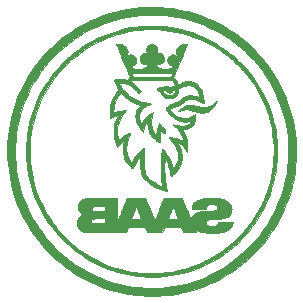
<source format=gbr>
G04 #@! TF.GenerationSoftware,KiCad,Pcbnew,5.1.5-52549c5~86~ubuntu19.04.1*
G04 #@! TF.CreationDate,2020-05-13T19:24:15+10:00*
G04 #@! TF.ProjectId,saab_bluetooth_aux_kit,73616162-5f62-46c7-9565-746f6f74685f,rev?*
G04 #@! TF.SameCoordinates,Original*
G04 #@! TF.FileFunction,Legend,Bot*
G04 #@! TF.FilePolarity,Positive*
%FSLAX46Y46*%
G04 Gerber Fmt 4.6, Leading zero omitted, Abs format (unit mm)*
G04 Created by KiCad (PCBNEW 5.1.5-52549c5~86~ubuntu19.04.1) date 2020-05-13 19:24:15*
%MOMM*%
%LPD*%
G04 APERTURE LIST*
%ADD10C,0.010000*%
G04 APERTURE END LIST*
D10*
G36*
X174400624Y-112558182D02*
G01*
X174377549Y-112577130D01*
X174343413Y-112607743D01*
X174302218Y-112646511D01*
X174148659Y-112780928D01*
X173993427Y-112891074D01*
X173837101Y-112976595D01*
X173680261Y-113037133D01*
X173653450Y-113044953D01*
X173611605Y-113055658D01*
X173571578Y-113063298D01*
X173527801Y-113068353D01*
X173474705Y-113071303D01*
X173406722Y-113072627D01*
X173329600Y-113072827D01*
X173251523Y-113072196D01*
X173181983Y-113070189D01*
X173116778Y-113066231D01*
X173051704Y-113059744D01*
X172982558Y-113050155D01*
X172905134Y-113036886D01*
X172815231Y-113019362D01*
X172708644Y-112997008D01*
X172594075Y-112972085D01*
X172460661Y-112943735D01*
X172348131Y-112922145D01*
X172252999Y-112906915D01*
X172171778Y-112897645D01*
X172100983Y-112893936D01*
X172037128Y-112895387D01*
X171977929Y-112901429D01*
X171831129Y-112932802D01*
X171688647Y-112984054D01*
X171554962Y-113052774D01*
X171434556Y-113136551D01*
X171331908Y-113232972D01*
X171305988Y-113263095D01*
X171278484Y-113299052D01*
X171248823Y-113341413D01*
X171220316Y-113384927D01*
X171196272Y-113424345D01*
X171180001Y-113454415D01*
X171174813Y-113469889D01*
X171175168Y-113470600D01*
X171187324Y-113466767D01*
X171215057Y-113452559D01*
X171252391Y-113431042D01*
X171252808Y-113430791D01*
X171355234Y-113380181D01*
X171475083Y-113339255D01*
X171605937Y-113308933D01*
X171741376Y-113290140D01*
X171874982Y-113283797D01*
X172000337Y-113290827D01*
X172099738Y-113309071D01*
X172141504Y-113320792D01*
X172201964Y-113338809D01*
X172275696Y-113361451D01*
X172357274Y-113387050D01*
X172441274Y-113413937D01*
X172454555Y-113418240D01*
X172541743Y-113445907D01*
X172630569Y-113472977D01*
X172714720Y-113497606D01*
X172787887Y-113517949D01*
X172843756Y-113532163D01*
X172847000Y-113532914D01*
X172920544Y-113547074D01*
X173003213Y-113558616D01*
X173087863Y-113566943D01*
X173167346Y-113571458D01*
X173234516Y-113571566D01*
X173272450Y-113568406D01*
X173441044Y-113532279D01*
X173600399Y-113475668D01*
X173746608Y-113400137D01*
X173825760Y-113346862D01*
X173904005Y-113282075D01*
X173987728Y-113200906D01*
X174070958Y-113109644D01*
X174147724Y-113014581D01*
X174170239Y-112983982D01*
X174195597Y-112946106D01*
X174226865Y-112895627D01*
X174261636Y-112836879D01*
X174297504Y-112774193D01*
X174332063Y-112711902D01*
X174362904Y-112654340D01*
X174387622Y-112605839D01*
X174403810Y-112570731D01*
X174409100Y-112553959D01*
X174400624Y-112558182D01*
G37*
X174400624Y-112558182D02*
X174377549Y-112577130D01*
X174343413Y-112607743D01*
X174302218Y-112646511D01*
X174148659Y-112780928D01*
X173993427Y-112891074D01*
X173837101Y-112976595D01*
X173680261Y-113037133D01*
X173653450Y-113044953D01*
X173611605Y-113055658D01*
X173571578Y-113063298D01*
X173527801Y-113068353D01*
X173474705Y-113071303D01*
X173406722Y-113072627D01*
X173329600Y-113072827D01*
X173251523Y-113072196D01*
X173181983Y-113070189D01*
X173116778Y-113066231D01*
X173051704Y-113059744D01*
X172982558Y-113050155D01*
X172905134Y-113036886D01*
X172815231Y-113019362D01*
X172708644Y-112997008D01*
X172594075Y-112972085D01*
X172460661Y-112943735D01*
X172348131Y-112922145D01*
X172252999Y-112906915D01*
X172171778Y-112897645D01*
X172100983Y-112893936D01*
X172037128Y-112895387D01*
X171977929Y-112901429D01*
X171831129Y-112932802D01*
X171688647Y-112984054D01*
X171554962Y-113052774D01*
X171434556Y-113136551D01*
X171331908Y-113232972D01*
X171305988Y-113263095D01*
X171278484Y-113299052D01*
X171248823Y-113341413D01*
X171220316Y-113384927D01*
X171196272Y-113424345D01*
X171180001Y-113454415D01*
X171174813Y-113469889D01*
X171175168Y-113470600D01*
X171187324Y-113466767D01*
X171215057Y-113452559D01*
X171252391Y-113431042D01*
X171252808Y-113430791D01*
X171355234Y-113380181D01*
X171475083Y-113339255D01*
X171605937Y-113308933D01*
X171741376Y-113290140D01*
X171874982Y-113283797D01*
X172000337Y-113290827D01*
X172099738Y-113309071D01*
X172141504Y-113320792D01*
X172201964Y-113338809D01*
X172275696Y-113361451D01*
X172357274Y-113387050D01*
X172441274Y-113413937D01*
X172454555Y-113418240D01*
X172541743Y-113445907D01*
X172630569Y-113472977D01*
X172714720Y-113497606D01*
X172787887Y-113517949D01*
X172843756Y-113532163D01*
X172847000Y-113532914D01*
X172920544Y-113547074D01*
X173003213Y-113558616D01*
X173087863Y-113566943D01*
X173167346Y-113571458D01*
X173234516Y-113571566D01*
X173272450Y-113568406D01*
X173441044Y-113532279D01*
X173600399Y-113475668D01*
X173746608Y-113400137D01*
X173825760Y-113346862D01*
X173904005Y-113282075D01*
X173987728Y-113200906D01*
X174070958Y-113109644D01*
X174147724Y-113014581D01*
X174170239Y-112983982D01*
X174195597Y-112946106D01*
X174226865Y-112895627D01*
X174261636Y-112836879D01*
X174297504Y-112774193D01*
X174332063Y-112711902D01*
X174362904Y-112654340D01*
X174387622Y-112605839D01*
X174403810Y-112570731D01*
X174409100Y-112553959D01*
X174400624Y-112558182D01*
G36*
X165923731Y-107818000D02*
G01*
X165933436Y-107841282D01*
X165952261Y-107886383D01*
X165979532Y-107951685D01*
X166014571Y-108035572D01*
X166056705Y-108136426D01*
X166105257Y-108252632D01*
X166159551Y-108382571D01*
X166218913Y-108524628D01*
X166282666Y-108677185D01*
X166350135Y-108838625D01*
X166420644Y-109007333D01*
X166493519Y-109181690D01*
X166508787Y-109218219D01*
X166581218Y-109391764D01*
X166650748Y-109558849D01*
X166716761Y-109717971D01*
X166778644Y-109867628D01*
X166835781Y-110006317D01*
X166887559Y-110132537D01*
X166933363Y-110244784D01*
X166972579Y-110341557D01*
X167004593Y-110421352D01*
X167028790Y-110482668D01*
X167044555Y-110524002D01*
X167051276Y-110543851D01*
X167051448Y-110545369D01*
X167041513Y-110560453D01*
X167018897Y-110590823D01*
X166986958Y-110632070D01*
X166949056Y-110679783D01*
X166949024Y-110679823D01*
X166911797Y-110726834D01*
X166881248Y-110766729D01*
X166860482Y-110795359D01*
X166852605Y-110808573D01*
X166852600Y-110808669D01*
X166841390Y-110808625D01*
X166811020Y-110801671D01*
X166766385Y-110789060D01*
X166722397Y-110775320D01*
X166569784Y-110734469D01*
X166410205Y-110707584D01*
X166248609Y-110694704D01*
X166089947Y-110695866D01*
X165939171Y-110711106D01*
X165801230Y-110740463D01*
X165719125Y-110767784D01*
X165694194Y-110781306D01*
X165684200Y-110793915D01*
X165689920Y-110815944D01*
X165706070Y-110857248D01*
X165731136Y-110914688D01*
X165763605Y-110985122D01*
X165801963Y-111065410D01*
X165844695Y-111152412D01*
X165890289Y-111242987D01*
X165937229Y-111333995D01*
X165984003Y-111422294D01*
X166011514Y-111472953D01*
X166050191Y-111546204D01*
X166074399Y-111598674D01*
X166084169Y-111630436D01*
X166083001Y-111639746D01*
X166070390Y-111655056D01*
X166044684Y-111684922D01*
X166009698Y-111724950D01*
X165971645Y-111768043D01*
X165863692Y-111901185D01*
X165759710Y-112051344D01*
X165665188Y-112210180D01*
X165609161Y-112318800D01*
X165524767Y-112513696D01*
X165458147Y-112712911D01*
X165408561Y-112919991D01*
X165375273Y-113138483D01*
X165357546Y-113371934D01*
X165354000Y-113546101D01*
X165354788Y-113623232D01*
X165356975Y-113704451D01*
X165360300Y-113785568D01*
X165364503Y-113862392D01*
X165369320Y-113930734D01*
X165374491Y-113986404D01*
X165379755Y-114025211D01*
X165384849Y-114042964D01*
X165385028Y-114043161D01*
X165396869Y-114039112D01*
X165422299Y-114024194D01*
X165438237Y-114013655D01*
X165491061Y-113981147D01*
X165561311Y-113943182D01*
X165642538Y-113902975D01*
X165728296Y-113863743D01*
X165796784Y-113834835D01*
X165853886Y-113812938D01*
X165914050Y-113791824D01*
X165972248Y-113773016D01*
X166023455Y-113758040D01*
X166062642Y-113748423D01*
X166084783Y-113745690D01*
X166087532Y-113746598D01*
X166083848Y-113759033D01*
X166069763Y-113788156D01*
X166047854Y-113828820D01*
X166034630Y-113852120D01*
X165948888Y-114012846D01*
X165871379Y-114181978D01*
X165805454Y-114351489D01*
X165754466Y-114513353D01*
X165747601Y-114539237D01*
X165710825Y-114719341D01*
X165688158Y-114915147D01*
X165679456Y-115121333D01*
X165684576Y-115332574D01*
X165703374Y-115543549D01*
X165735707Y-115748934D01*
X165781432Y-115943407D01*
X165785831Y-115958915D01*
X165811476Y-116038876D01*
X165845846Y-116132974D01*
X165885632Y-116232977D01*
X165927529Y-116330654D01*
X165968229Y-116417771D01*
X165978023Y-116437316D01*
X166009053Y-116498183D01*
X166093591Y-116373816D01*
X166183285Y-116251306D01*
X166281848Y-116133262D01*
X166382951Y-116026938D01*
X166451636Y-115963548D01*
X166491079Y-115930147D01*
X166523219Y-115904215D01*
X166543350Y-115889491D01*
X166547428Y-115887500D01*
X166548174Y-115899100D01*
X166544337Y-115930624D01*
X166536636Y-115977153D01*
X166526648Y-116029523D01*
X166482949Y-116294370D01*
X166460836Y-116547148D01*
X166460268Y-116787614D01*
X166481207Y-117015531D01*
X166523614Y-117230657D01*
X166587448Y-117432752D01*
X166672671Y-117621576D01*
X166779242Y-117796890D01*
X166827713Y-117863014D01*
X166885646Y-117931492D01*
X166958147Y-118007187D01*
X167038398Y-118083608D01*
X167119584Y-118154263D01*
X167194888Y-118212663D01*
X167194931Y-118212694D01*
X167301590Y-118288937D01*
X167341796Y-118189943D01*
X167400955Y-118056174D01*
X167474221Y-117909911D01*
X167558230Y-117757099D01*
X167649623Y-117603687D01*
X167745036Y-117455620D01*
X167809765Y-117362050D01*
X167913050Y-117217351D01*
X167921203Y-117660500D01*
X167925598Y-117842356D01*
X167931905Y-118002298D01*
X167940508Y-118143766D01*
X167951793Y-118270200D01*
X167966145Y-118385041D01*
X167983948Y-118491730D01*
X168005589Y-118593706D01*
X168031451Y-118694409D01*
X168040520Y-118726371D01*
X168069399Y-118821514D01*
X168097443Y-118901162D01*
X168127571Y-118970091D01*
X168162703Y-119033079D01*
X168205760Y-119094902D01*
X168259662Y-119160338D01*
X168327329Y-119234163D01*
X168391610Y-119300712D01*
X168558123Y-119457730D01*
X168737405Y-119601128D01*
X168931168Y-119731819D01*
X169141129Y-119850714D01*
X169369001Y-119958727D01*
X169616500Y-120056769D01*
X169885340Y-120145752D01*
X170088988Y-120203632D01*
X170150456Y-120219662D01*
X170191167Y-120229050D01*
X170214754Y-120232250D01*
X170224850Y-120229717D01*
X170225087Y-120221904D01*
X170224614Y-120220604D01*
X170209214Y-120175158D01*
X170190549Y-120111297D01*
X170170317Y-120035517D01*
X170150212Y-119954314D01*
X170131931Y-119874185D01*
X170122850Y-119830850D01*
X170082526Y-119603377D01*
X170048613Y-119355395D01*
X170021386Y-119091040D01*
X170001121Y-118814451D01*
X169988093Y-118529765D01*
X169982578Y-118241121D01*
X169984849Y-117952654D01*
X169988782Y-117815605D01*
X169992172Y-117719983D01*
X169995247Y-117631934D01*
X169997893Y-117554849D01*
X169999994Y-117492119D01*
X170001437Y-117447137D01*
X170002105Y-117423294D01*
X170002138Y-117421025D01*
X170005304Y-117402344D01*
X170015277Y-117402824D01*
X170033004Y-117423511D01*
X170059433Y-117465456D01*
X170088166Y-117516275D01*
X170170270Y-117680497D01*
X170247811Y-117864600D01*
X170319051Y-118063219D01*
X170382254Y-118270992D01*
X170435682Y-118482557D01*
X170477597Y-118692550D01*
X170486203Y-118745000D01*
X170496407Y-118809170D01*
X170505586Y-118865007D01*
X170512870Y-118907342D01*
X170517388Y-118931012D01*
X170517976Y-118933385D01*
X170527391Y-118937996D01*
X170549339Y-118927568D01*
X170584771Y-118901340D01*
X170634637Y-118858551D01*
X170699887Y-118798440D01*
X170768826Y-118732510D01*
X170931961Y-118562463D01*
X171071058Y-118390749D01*
X171187468Y-118215043D01*
X171282545Y-118033023D01*
X171357641Y-117842368D01*
X171414109Y-117640755D01*
X171419918Y-117614700D01*
X171431576Y-117541107D01*
X171439580Y-117449194D01*
X171443927Y-117345777D01*
X171444617Y-117237672D01*
X171441649Y-117131696D01*
X171435021Y-117034663D01*
X171424731Y-116953390D01*
X171420044Y-116928900D01*
X171366763Y-116727909D01*
X171294206Y-116524631D01*
X171205868Y-116328032D01*
X171133608Y-116194196D01*
X171109691Y-116151427D01*
X171092719Y-116117518D01*
X171085324Y-116097886D01*
X171085547Y-116095320D01*
X171100562Y-116096462D01*
X171132407Y-116108109D01*
X171176067Y-116127809D01*
X171226525Y-116153110D01*
X171278765Y-116181562D01*
X171327770Y-116210713D01*
X171346823Y-116223001D01*
X171443882Y-116298048D01*
X171542725Y-116394200D01*
X171640163Y-116507655D01*
X171733010Y-116634609D01*
X171818080Y-116771259D01*
X171841502Y-116813380D01*
X171892358Y-116907411D01*
X171902910Y-116845130D01*
X171907193Y-116804449D01*
X171910307Y-116743211D01*
X171912291Y-116666231D01*
X171913184Y-116578321D01*
X171913023Y-116484298D01*
X171911846Y-116388974D01*
X171909693Y-116297165D01*
X171906600Y-116213684D01*
X171902607Y-116143345D01*
X171897752Y-116090964D01*
X171896866Y-116084350D01*
X171857576Y-115857578D01*
X171806563Y-115644236D01*
X171744626Y-115446755D01*
X171672561Y-115267563D01*
X171591168Y-115109093D01*
X171559801Y-115057685D01*
X171534059Y-115013544D01*
X171525123Y-114987735D01*
X171529297Y-114980101D01*
X171548973Y-114976766D01*
X171586550Y-114972447D01*
X171634597Y-114967979D01*
X171644390Y-114967175D01*
X171764665Y-114950399D01*
X171891192Y-114920338D01*
X172012754Y-114880057D01*
X172097034Y-114843453D01*
X172155555Y-114812075D01*
X172206265Y-114778269D01*
X172257069Y-114736138D01*
X172314222Y-114681432D01*
X172394403Y-114592659D01*
X172459480Y-114500014D01*
X172510723Y-114399999D01*
X172549399Y-114289118D01*
X172576779Y-114163872D01*
X172594131Y-114020765D01*
X172601713Y-113889179D01*
X172609285Y-113675209D01*
X172490018Y-113757505D01*
X172321995Y-113861756D01*
X172156566Y-113940827D01*
X172050480Y-113978717D01*
X172008450Y-113991189D01*
X171971843Y-114000223D01*
X171935255Y-114006361D01*
X171893283Y-114010145D01*
X171840527Y-114012118D01*
X171771582Y-114012820D01*
X171710350Y-114012846D01*
X171626608Y-114012477D01*
X171562801Y-114011257D01*
X171513468Y-114008624D01*
X171473147Y-114004016D01*
X171436375Y-113996874D01*
X171397689Y-113986635D01*
X171367520Y-113977623D01*
X171183611Y-113908176D01*
X171006974Y-113814620D01*
X170838119Y-113697327D01*
X170677555Y-113556671D01*
X170525791Y-113393024D01*
X170461910Y-113313801D01*
X170421109Y-113261053D01*
X170545030Y-113198134D01*
X170636103Y-113154112D01*
X170736392Y-113109394D01*
X170839356Y-113066619D01*
X170938454Y-113028423D01*
X171027145Y-112997445D01*
X171088050Y-112979137D01*
X171240042Y-112925703D01*
X171381858Y-112850359D01*
X171510256Y-112755157D01*
X171621993Y-112642145D01*
X171622921Y-112641044D01*
X171674882Y-112581021D01*
X171717196Y-112537064D01*
X171755118Y-112504669D01*
X171793902Y-112479331D01*
X171837350Y-112457219D01*
X171942627Y-112420588D01*
X172063064Y-112401674D01*
X172199003Y-112400541D01*
X172350784Y-112417251D01*
X172518750Y-112451868D01*
X172703241Y-112504455D01*
X172904598Y-112575074D01*
X173123162Y-112663789D01*
X173243875Y-112717159D01*
X173316900Y-112750279D01*
X173316778Y-112709164D01*
X173314545Y-112661783D01*
X173308571Y-112595315D01*
X173299622Y-112515671D01*
X173288466Y-112428762D01*
X173275871Y-112340497D01*
X173262603Y-112256786D01*
X173262023Y-112253556D01*
X172948600Y-112253556D01*
X172937763Y-112256864D01*
X172908849Y-112251392D01*
X172875575Y-112241051D01*
X172837265Y-112228749D01*
X172780764Y-112212033D01*
X172712500Y-112192741D01*
X172638902Y-112172709D01*
X172605700Y-112163928D01*
X172528143Y-112144069D01*
X172466251Y-112129839D01*
X172412124Y-112120118D01*
X172357861Y-112113784D01*
X172295560Y-112109715D01*
X172217322Y-112106792D01*
X172199300Y-112106252D01*
X172116380Y-112104258D01*
X172052684Y-112104074D01*
X172002079Y-112106097D01*
X171958430Y-112110722D01*
X171915602Y-112118344D01*
X171877194Y-112127011D01*
X171808711Y-112147035D01*
X171733560Y-112174654D01*
X171666789Y-112204286D01*
X171661294Y-112207073D01*
X171617717Y-112230979D01*
X171578238Y-112256682D01*
X171538164Y-112287997D01*
X171492800Y-112328737D01*
X171437450Y-112382717D01*
X171405550Y-112414862D01*
X171346562Y-112474010D01*
X171300232Y-112518223D01*
X171261924Y-112551168D01*
X171227003Y-112576511D01*
X171190831Y-112597920D01*
X171148771Y-112619060D01*
X171145200Y-112620761D01*
X171080336Y-112648828D01*
X171004743Y-112677453D01*
X170932427Y-112701412D01*
X170916600Y-112706032D01*
X170755518Y-112756070D01*
X170608884Y-112810995D01*
X170478097Y-112869890D01*
X170364558Y-112931833D01*
X170269667Y-112995908D01*
X170194823Y-113061194D01*
X170141427Y-113126772D01*
X170110877Y-113191724D01*
X170103800Y-113239674D01*
X170105990Y-113269212D01*
X170114015Y-113298725D01*
X170130060Y-113332071D01*
X170156310Y-113373111D01*
X170194950Y-113425704D01*
X170246193Y-113491231D01*
X170319856Y-113579006D01*
X170404485Y-113671631D01*
X170495196Y-113764324D01*
X170587107Y-113852301D01*
X170675335Y-113930780D01*
X170754997Y-113994980D01*
X170777026Y-114011119D01*
X170863322Y-114067972D01*
X170960657Y-114124527D01*
X171061788Y-114177072D01*
X171159477Y-114221899D01*
X171246481Y-114255297D01*
X171265265Y-114261289D01*
X171444033Y-114302931D01*
X171630627Y-114322871D01*
X171819611Y-114321074D01*
X172005550Y-114297502D01*
X172133991Y-114267170D01*
X172172624Y-114257788D01*
X172200697Y-114254073D01*
X172209921Y-114255587D01*
X172208387Y-114269864D01*
X172196976Y-114300110D01*
X172178091Y-114340057D01*
X172175961Y-114344195D01*
X172112162Y-114440372D01*
X172029308Y-114520497D01*
X171928327Y-114584198D01*
X171810150Y-114631100D01*
X171675704Y-114660830D01*
X171525918Y-114673015D01*
X171370384Y-114668010D01*
X171321945Y-114662885D01*
X171256529Y-114654290D01*
X171178977Y-114643028D01*
X171094128Y-114629897D01*
X171006823Y-114615698D01*
X170921902Y-114601230D01*
X170844204Y-114587295D01*
X170778570Y-114574692D01*
X170729840Y-114564222D01*
X170708258Y-114558552D01*
X170708429Y-114563430D01*
X170725356Y-114581946D01*
X170756320Y-114611434D01*
X170798601Y-114649229D01*
X170817051Y-114665198D01*
X170986890Y-114823462D01*
X171133111Y-114986801D01*
X171257308Y-115157209D01*
X171361074Y-115336679D01*
X171372983Y-115360450D01*
X171457259Y-115555124D01*
X171519036Y-115750527D01*
X171557259Y-115943295D01*
X171558201Y-115950288D01*
X171567362Y-116019426D01*
X171530906Y-115995154D01*
X171351354Y-115886719D01*
X171169810Y-115800097D01*
X170982159Y-115733918D01*
X170784285Y-115686813D01*
X170572071Y-115657413D01*
X170497545Y-115651319D01*
X170365067Y-115642194D01*
X170413197Y-115698172D01*
X170548162Y-115860324D01*
X170664753Y-116011945D01*
X170765590Y-116156799D01*
X170853296Y-116298650D01*
X170929828Y-116439950D01*
X171004936Y-116600726D01*
X171061918Y-116751877D01*
X171102487Y-116899634D01*
X171128357Y-117050231D01*
X171141177Y-117208300D01*
X171139559Y-117407798D01*
X171116621Y-117594675D01*
X171071625Y-117771191D01*
X171003834Y-117939608D01*
X170912512Y-118102186D01*
X170798507Y-118259225D01*
X170767682Y-118296200D01*
X170742711Y-118323993D01*
X170727917Y-118337859D01*
X170726205Y-118338600D01*
X170719754Y-118327162D01*
X170709873Y-118296789D01*
X170698417Y-118253389D01*
X170695288Y-118240175D01*
X170674552Y-118160275D01*
X170646134Y-118064517D01*
X170612414Y-117959853D01*
X170575767Y-117853238D01*
X170538571Y-117751625D01*
X170503204Y-117661969D01*
X170477119Y-117602000D01*
X170353004Y-117356371D01*
X170218254Y-117132672D01*
X170071796Y-116929299D01*
X169912563Y-116744651D01*
X169884839Y-116715720D01*
X169846560Y-116678111D01*
X169814545Y-116649900D01*
X169792866Y-116634488D01*
X169785989Y-116633170D01*
X169781292Y-116648838D01*
X169774598Y-116684803D01*
X169766712Y-116736117D01*
X169758444Y-116797832D01*
X169756376Y-116814600D01*
X169712909Y-117247941D01*
X169685485Y-117694297D01*
X169674233Y-118146880D01*
X169679286Y-118598906D01*
X169700775Y-119043589D01*
X169710626Y-119176800D01*
X169716831Y-119246982D01*
X169724833Y-119326786D01*
X169734063Y-119411549D01*
X169743955Y-119496609D01*
X169753940Y-119577305D01*
X169763451Y-119648974D01*
X169771920Y-119706953D01*
X169778781Y-119746581D01*
X169781366Y-119757825D01*
X169784427Y-119774105D01*
X169780288Y-119782759D01*
X169765504Y-119783355D01*
X169736634Y-119775460D01*
X169690232Y-119758642D01*
X169643341Y-119740494D01*
X169448082Y-119657500D01*
X169259313Y-119564339D01*
X169082821Y-119464134D01*
X168924397Y-119360008D01*
X168885936Y-119331974D01*
X168829475Y-119286901D01*
X168763391Y-119229466D01*
X168692387Y-119164219D01*
X168621169Y-119095708D01*
X168554440Y-119028483D01*
X168496904Y-118967093D01*
X168453267Y-118916089D01*
X168445478Y-118906022D01*
X168404002Y-118839326D01*
X168366813Y-118754532D01*
X168333512Y-118650192D01*
X168303698Y-118524860D01*
X168276973Y-118377088D01*
X168253552Y-118210374D01*
X168247838Y-118160667D01*
X168243127Y-118109661D01*
X168239331Y-118054384D01*
X168236360Y-117991862D01*
X168234125Y-117919125D01*
X168232538Y-117833200D01*
X168231508Y-117731115D01*
X168230948Y-117609898D01*
X168230768Y-117466577D01*
X168230768Y-117449600D01*
X168231212Y-117283208D01*
X168232492Y-117132636D01*
X168234569Y-116999683D01*
X168237406Y-116886152D01*
X168240962Y-116793843D01*
X168245200Y-116724559D01*
X168246668Y-116707820D01*
X168252187Y-116646170D01*
X168255995Y-116594221D01*
X168257796Y-116556880D01*
X168257292Y-116539057D01*
X168256955Y-116538321D01*
X168243415Y-116541751D01*
X168213606Y-116559184D01*
X168170775Y-116588366D01*
X168118168Y-116627045D01*
X168059032Y-116672966D01*
X168034189Y-116692928D01*
X167897739Y-116813709D01*
X167760293Y-116954218D01*
X167625977Y-117109303D01*
X167498916Y-117273815D01*
X167383237Y-117442603D01*
X167283065Y-117610517D01*
X167251438Y-117670065D01*
X167226191Y-117718974D01*
X167205274Y-117758843D01*
X167191347Y-117784640D01*
X167187180Y-117791631D01*
X167175318Y-117787747D01*
X167151878Y-117767873D01*
X167120792Y-117736137D01*
X167085987Y-117696667D01*
X167051394Y-117653590D01*
X167036060Y-117632901D01*
X166944663Y-117487794D01*
X166872227Y-117332428D01*
X166818207Y-117164847D01*
X166782058Y-116983099D01*
X166763234Y-116785228D01*
X166760041Y-116643150D01*
X166768546Y-116424723D01*
X166793123Y-116208629D01*
X166834610Y-115990958D01*
X166893845Y-115767803D01*
X166971664Y-115535256D01*
X167029785Y-115384218D01*
X167049921Y-115332729D01*
X167065266Y-115290672D01*
X167074039Y-115263114D01*
X167075197Y-115254963D01*
X167061633Y-115257342D01*
X167029426Y-115268913D01*
X166982810Y-115287828D01*
X166926019Y-115312241D01*
X166863286Y-115340303D01*
X166798846Y-115370169D01*
X166736931Y-115399990D01*
X166697818Y-115419615D01*
X166591217Y-115478695D01*
X166481030Y-115547768D01*
X166372913Y-115622758D01*
X166272523Y-115699587D01*
X166185515Y-115774178D01*
X166129662Y-115829161D01*
X166106765Y-115851100D01*
X166090831Y-115861873D01*
X166089524Y-115862100D01*
X166082449Y-115850326D01*
X166072048Y-115817956D01*
X166059354Y-115769418D01*
X166045402Y-115709139D01*
X166031224Y-115641545D01*
X166017855Y-115571064D01*
X166008052Y-115513156D01*
X165982945Y-115274981D01*
X165982723Y-115037229D01*
X166006897Y-114801389D01*
X166054975Y-114568950D01*
X166126465Y-114341403D01*
X166220876Y-114120236D01*
X166337717Y-113906940D01*
X166476497Y-113703004D01*
X166636723Y-113509917D01*
X166686147Y-113457185D01*
X166770050Y-113370021D01*
X166611300Y-113378307D01*
X166491514Y-113385539D01*
X166384960Y-113394510D01*
X166286676Y-113406187D01*
X166191697Y-113421536D01*
X166095059Y-113441523D01*
X165991798Y-113467115D01*
X165876950Y-113499278D01*
X165745550Y-113538978D01*
X165678961Y-113559791D01*
X165669657Y-113561625D01*
X165663341Y-113557842D01*
X165659698Y-113544816D01*
X165658413Y-113518922D01*
X165659173Y-113476532D01*
X165661663Y-113414022D01*
X165663252Y-113378607D01*
X165675448Y-113201020D01*
X165695061Y-113035274D01*
X165721405Y-112886600D01*
X165735815Y-112824513D01*
X165793090Y-112634847D01*
X165866673Y-112451159D01*
X165954302Y-112277801D01*
X166053715Y-112119123D01*
X166162649Y-111979477D01*
X166192077Y-111947010D01*
X166275589Y-111857857D01*
X166472020Y-112054184D01*
X166626751Y-112201117D01*
X166782168Y-112332301D01*
X166942468Y-112450429D01*
X167111846Y-112558192D01*
X167294498Y-112658281D01*
X167494620Y-112753389D01*
X167690800Y-112836017D01*
X167756606Y-112862098D01*
X167820441Y-112886941D01*
X167875267Y-112907836D01*
X167914047Y-112922071D01*
X167915831Y-112922697D01*
X167982112Y-112945833D01*
X167876345Y-113049479D01*
X167763859Y-113171523D01*
X167675180Y-113295083D01*
X167608781Y-113423485D01*
X167563134Y-113560055D01*
X167536711Y-113708119D01*
X167529413Y-113804700D01*
X167528497Y-113921355D01*
X167537001Y-114029370D01*
X167556229Y-114137615D01*
X167587481Y-114254957D01*
X167602668Y-114303427D01*
X167651182Y-114432602D01*
X167715744Y-114572837D01*
X167793187Y-114718585D01*
X167880343Y-114864296D01*
X167974044Y-115004421D01*
X168071123Y-115133410D01*
X168088981Y-115155345D01*
X168139793Y-115216940D01*
X168168128Y-115090597D01*
X168220013Y-114895850D01*
X168284769Y-114715128D01*
X168361188Y-114551136D01*
X168448062Y-114406574D01*
X168512079Y-114321250D01*
X168541700Y-114285351D01*
X168541948Y-114435550D01*
X168553655Y-114658715D01*
X168587765Y-114871229D01*
X168643889Y-115072336D01*
X168721639Y-115261281D01*
X168820630Y-115437309D01*
X168940472Y-115599663D01*
X169080778Y-115747589D01*
X169241162Y-115880330D01*
X169306643Y-115926201D01*
X169359657Y-115960462D01*
X169415821Y-115994772D01*
X169470299Y-116026403D01*
X169518255Y-116052630D01*
X169554854Y-116070728D01*
X169575261Y-116077969D01*
X169575923Y-116078000D01*
X169577788Y-116066166D01*
X169578127Y-116034036D01*
X169576983Y-115986664D01*
X169574718Y-115935125D01*
X169573296Y-115797705D01*
X169582004Y-115641177D01*
X169600506Y-115469573D01*
X169628468Y-115286930D01*
X169628540Y-115286515D01*
X169640262Y-115220419D01*
X169650944Y-115162176D01*
X169659618Y-115116916D01*
X169665318Y-115089769D01*
X169666430Y-115085503D01*
X169673611Y-115078213D01*
X169688901Y-115084907D01*
X169715539Y-115107588D01*
X169739126Y-115130511D01*
X169782911Y-115171368D01*
X169836542Y-115217533D01*
X169889121Y-115259658D01*
X169893981Y-115263348D01*
X169982612Y-115330231D01*
X169993291Y-115294540D01*
X169997663Y-115268037D01*
X170001582Y-115222604D01*
X170004607Y-115164713D01*
X170006260Y-115103615D01*
X170008550Y-114948380D01*
X169957750Y-114908158D01*
X169910583Y-114867123D01*
X169852979Y-114811372D01*
X169790012Y-114746306D01*
X169726749Y-114677327D01*
X169668263Y-114609837D01*
X169619624Y-114549238D01*
X169614660Y-114542646D01*
X169581848Y-114499678D01*
X169554397Y-114465554D01*
X169535923Y-114444668D01*
X169530411Y-114440268D01*
X169522121Y-114451578D01*
X169508799Y-114483706D01*
X169491599Y-114532835D01*
X169471673Y-114595149D01*
X169450175Y-114666829D01*
X169428256Y-114744059D01*
X169407070Y-114823021D01*
X169387770Y-114899898D01*
X169375051Y-114954679D01*
X169357155Y-115039607D01*
X169339385Y-115131623D01*
X169323519Y-115221030D01*
X169311333Y-115298128D01*
X169308848Y-115316000D01*
X169300315Y-115378119D01*
X169292457Y-115432053D01*
X169286111Y-115472261D01*
X169282116Y-115493202D01*
X169281947Y-115493800D01*
X169272867Y-115497965D01*
X169252305Y-115483928D01*
X169218679Y-115450560D01*
X169213276Y-115444755D01*
X169103401Y-115307382D01*
X169013400Y-115154978D01*
X168943407Y-114988500D01*
X168893558Y-114808903D01*
X168863988Y-114617144D01*
X168854832Y-114414179D01*
X168866225Y-114200963D01*
X168898303Y-113978453D01*
X168951200Y-113747604D01*
X168965865Y-113695027D01*
X168982083Y-113637144D01*
X168994790Y-113588780D01*
X169002779Y-113554763D01*
X169004843Y-113539917D01*
X169004728Y-113539714D01*
X168991293Y-113542849D01*
X168960271Y-113557950D01*
X168915235Y-113582931D01*
X168859758Y-113615707D01*
X168797412Y-113654192D01*
X168731770Y-113696300D01*
X168696240Y-113719793D01*
X168601342Y-113789363D01*
X168504125Y-113871559D01*
X168410319Y-113960816D01*
X168325653Y-114051571D01*
X168255857Y-114138262D01*
X168235979Y-114166650D01*
X168200453Y-114223124D01*
X168160384Y-114292031D01*
X168121844Y-114362731D01*
X168102313Y-114400912D01*
X168036578Y-114533575D01*
X167994266Y-114451712D01*
X167933758Y-114327896D01*
X167888244Y-114218017D01*
X167856190Y-114116729D01*
X167836060Y-114018684D01*
X167826317Y-113918536D01*
X167824835Y-113861850D01*
X167829917Y-113747921D01*
X167847871Y-113648281D01*
X167880976Y-113554133D01*
X167928518Y-113461800D01*
X167973585Y-113396309D01*
X168035304Y-113323523D01*
X168108298Y-113248786D01*
X168187188Y-113177444D01*
X168266595Y-113114840D01*
X168302994Y-113089675D01*
X168372913Y-113046746D01*
X168457761Y-112999156D01*
X168550268Y-112950607D01*
X168643163Y-112904799D01*
X168729177Y-112865434D01*
X168800223Y-112836515D01*
X168840050Y-112820895D01*
X168857680Y-112811111D01*
X168855236Y-112805674D01*
X168846500Y-112804041D01*
X168823095Y-112800728D01*
X168779928Y-112794091D01*
X168722297Y-112784964D01*
X168655499Y-112774180D01*
X168623518Y-112768953D01*
X168319220Y-112707965D01*
X168028443Y-112627297D01*
X167751903Y-112527378D01*
X167490317Y-112408641D01*
X167244403Y-112271514D01*
X167014876Y-112116430D01*
X166802453Y-111943818D01*
X166607852Y-111754109D01*
X166431788Y-111547735D01*
X166309816Y-111378510D01*
X166280937Y-111333709D01*
X166247854Y-111279894D01*
X166213110Y-111221510D01*
X166179243Y-111163002D01*
X166148796Y-111108815D01*
X166124309Y-111063393D01*
X166108321Y-111031183D01*
X166103300Y-111017200D01*
X166115064Y-111012968D01*
X166147029Y-111011655D01*
X166194206Y-111012916D01*
X166251608Y-111016410D01*
X166314246Y-111021792D01*
X166377131Y-111028719D01*
X166435275Y-111036847D01*
X166465749Y-111042147D01*
X166659121Y-111091848D01*
X166849805Y-111166013D01*
X167036440Y-111263741D01*
X167217666Y-111384130D01*
X167392124Y-111526280D01*
X167558453Y-111689289D01*
X167711751Y-111867764D01*
X167751751Y-111918378D01*
X167819891Y-111871448D01*
X167864376Y-111838388D01*
X167907326Y-111802565D01*
X167930698Y-111780497D01*
X167973365Y-111736475D01*
X167892719Y-111637112D01*
X167762646Y-111487493D01*
X167618463Y-111340510D01*
X167466312Y-111201850D01*
X167312337Y-111077197D01*
X167202634Y-110998528D01*
X167154318Y-110964509D01*
X167126032Y-110938944D01*
X167115988Y-110917282D01*
X167122399Y-110894970D01*
X167143477Y-110867459D01*
X167148807Y-110861475D01*
X167174528Y-110832900D01*
X170624427Y-110832900D01*
X170672875Y-110876669D01*
X170708537Y-110915161D01*
X170742845Y-110962021D01*
X170755009Y-110982331D01*
X170771399Y-111016565D01*
X170790996Y-111063658D01*
X170811925Y-111118258D01*
X170832314Y-111175014D01*
X170850290Y-111228577D01*
X170863979Y-111273593D01*
X170871508Y-111304713D01*
X170871828Y-111316021D01*
X170855819Y-111323646D01*
X170820195Y-111332088D01*
X170770686Y-111340522D01*
X170713026Y-111348126D01*
X170652945Y-111354076D01*
X170596176Y-111357549D01*
X170579560Y-111358004D01*
X170531862Y-111357929D01*
X170465727Y-111356600D01*
X170388078Y-111354217D01*
X170305834Y-111350980D01*
X170256200Y-111348663D01*
X170046202Y-111345242D01*
X169851920Y-111356501D01*
X169674943Y-111382252D01*
X169516858Y-111422305D01*
X169454086Y-111444260D01*
X169395646Y-111467713D01*
X169358632Y-111486967D01*
X169340397Y-111505925D01*
X169338292Y-111528484D01*
X169349668Y-111558547D01*
X169361340Y-111580847D01*
X169387897Y-111625494D01*
X169416802Y-111668053D01*
X169430117Y-111685248D01*
X169464466Y-111726392D01*
X169517690Y-111705096D01*
X169552099Y-111692198D01*
X169576494Y-111684631D01*
X169581492Y-111683800D01*
X169589850Y-111695039D01*
X169603258Y-111725106D01*
X169619394Y-111768521D01*
X169626931Y-111790970D01*
X169683417Y-111928477D01*
X169757337Y-112049024D01*
X169847476Y-112151462D01*
X169952620Y-112234644D01*
X170071554Y-112297421D01*
X170203063Y-112338645D01*
X170207114Y-112339520D01*
X170325364Y-112354680D01*
X170450924Y-112352935D01*
X170577124Y-112335402D01*
X170697291Y-112303198D01*
X170804756Y-112257438D01*
X170847852Y-112232296D01*
X170942052Y-112156659D01*
X171020134Y-112063366D01*
X171080554Y-111955564D01*
X171121770Y-111836400D01*
X171142240Y-111709020D01*
X171143878Y-111628570D01*
X171143638Y-111621167D01*
X170881658Y-111621167D01*
X170873111Y-111687408D01*
X170860717Y-111763114D01*
X170843945Y-111822451D01*
X170819772Y-111874410D01*
X170798953Y-111908048D01*
X170744232Y-111970893D01*
X170672845Y-112025035D01*
X170593405Y-112064223D01*
X170575349Y-112070326D01*
X170524047Y-112080632D01*
X170456382Y-112086739D01*
X170381053Y-112088584D01*
X170306760Y-112086103D01*
X170242199Y-112079233D01*
X170211750Y-112072977D01*
X170139571Y-112049045D01*
X170078413Y-112016600D01*
X170018247Y-111969891D01*
X169995240Y-111948799D01*
X169945229Y-111890530D01*
X169899133Y-111817227D01*
X169862752Y-111739189D01*
X169844917Y-111681949D01*
X169842109Y-111662061D01*
X169847289Y-111648622D01*
X169864652Y-111639621D01*
X169898395Y-111633052D01*
X169952712Y-111626906D01*
X169961786Y-111626006D01*
X170050969Y-111617218D01*
X170079186Y-111682811D01*
X170124073Y-111756791D01*
X170186405Y-111813839D01*
X170263437Y-111852435D01*
X170352426Y-111871059D01*
X170419824Y-111871437D01*
X170513029Y-111854275D01*
X170590651Y-111817112D01*
X170653136Y-111759657D01*
X170698249Y-111687337D01*
X170716907Y-111658035D01*
X170740674Y-111646753D01*
X170757112Y-111645700D01*
X170798068Y-111641969D01*
X170838888Y-111633433D01*
X170881658Y-111621167D01*
X171143638Y-111621167D01*
X171141035Y-111540907D01*
X171190743Y-111510052D01*
X171222117Y-111491886D01*
X171269498Y-111466029D01*
X171326149Y-111436100D01*
X171378452Y-111409201D01*
X171556017Y-111328573D01*
X171724307Y-111271478D01*
X171883249Y-111237899D01*
X172032768Y-111227815D01*
X172172789Y-111241208D01*
X172303240Y-111278059D01*
X172424045Y-111338350D01*
X172535130Y-111422062D01*
X172636421Y-111529175D01*
X172727845Y-111659671D01*
X172786645Y-111766350D01*
X172814012Y-111825848D01*
X172842807Y-111896589D01*
X172871282Y-111973314D01*
X172897687Y-112050762D01*
X172920276Y-112123675D01*
X172937299Y-112186793D01*
X172947009Y-112234858D01*
X172948600Y-112253556D01*
X173262023Y-112253556D01*
X173249431Y-112183541D01*
X173246857Y-112170579D01*
X173194228Y-111956538D01*
X173126770Y-111759799D01*
X173045018Y-111581176D01*
X172949510Y-111421482D01*
X172840782Y-111281531D01*
X172719372Y-111162135D01*
X172585817Y-111064108D01*
X172477573Y-111004898D01*
X172362152Y-110957134D01*
X172249639Y-110926164D01*
X172130775Y-110909956D01*
X172027850Y-110906255D01*
X171903182Y-110911392D01*
X171780602Y-110927965D01*
X171655644Y-110957167D01*
X171523842Y-111000189D01*
X171380727Y-111058222D01*
X171273369Y-111107486D01*
X171213692Y-111135684D01*
X171162863Y-111159183D01*
X171124916Y-111176159D01*
X171103886Y-111184789D01*
X171100987Y-111185435D01*
X171096464Y-111172713D01*
X171086083Y-111141331D01*
X171071666Y-111096839D01*
X171063255Y-111070596D01*
X171018398Y-110957077D01*
X170957848Y-110843180D01*
X170886879Y-110737805D01*
X170818806Y-110657971D01*
X170740062Y-110577120D01*
X170896319Y-110204250D01*
X170658307Y-110204250D01*
X170588868Y-110372525D01*
X170519430Y-110540800D01*
X167300571Y-110540800D01*
X167231133Y-110372525D01*
X167161694Y-110204250D01*
X168035847Y-110200988D01*
X168217212Y-110200429D01*
X168418000Y-110200019D01*
X168632238Y-110199759D01*
X168853949Y-110199647D01*
X169077158Y-110199684D01*
X169295890Y-110199870D01*
X169504168Y-110200205D01*
X169696019Y-110200689D01*
X169784154Y-110200988D01*
X170658307Y-110204250D01*
X170896319Y-110204250D01*
X171315811Y-109203235D01*
X171390580Y-109024817D01*
X171462867Y-108852316D01*
X171532037Y-108687250D01*
X171597454Y-108531137D01*
X171658481Y-108385496D01*
X171714483Y-108251845D01*
X171764824Y-108131701D01*
X171808866Y-108026583D01*
X171845975Y-107938009D01*
X171875514Y-107867497D01*
X171896847Y-107816565D01*
X171909338Y-107786731D01*
X171912165Y-107779971D01*
X171932770Y-107730593D01*
X171821560Y-107739591D01*
X171648239Y-107761263D01*
X171492119Y-107796304D01*
X171353922Y-107843852D01*
X171234369Y-107903043D01*
X171134184Y-107973016D01*
X171054086Y-108052906D01*
X170994799Y-108141852D01*
X170957043Y-108238990D01*
X170941541Y-108343457D01*
X170949014Y-108454392D01*
X170980183Y-108570931D01*
X171031398Y-108684192D01*
X171054549Y-108728438D01*
X171072075Y-108764452D01*
X171081086Y-108786209D01*
X171081700Y-108789175D01*
X171073241Y-108800980D01*
X171050792Y-108796890D01*
X171018751Y-108778535D01*
X170989514Y-108754991D01*
X170907102Y-108694571D01*
X170818075Y-108657642D01*
X170718402Y-108642662D01*
X170694350Y-108642160D01*
X170636393Y-108643707D01*
X170592228Y-108649997D01*
X170550352Y-108663475D01*
X170510200Y-108681349D01*
X170421183Y-108736208D01*
X170343446Y-108808827D01*
X170283138Y-108893193D01*
X170272074Y-108914249D01*
X170255639Y-108950713D01*
X170245344Y-108983841D01*
X170239790Y-109021583D01*
X170237581Y-109071889D01*
X170237278Y-109112245D01*
X170237860Y-109172790D01*
X170240827Y-109216241D01*
X170247797Y-109250892D01*
X170260385Y-109285038D01*
X170278425Y-109323352D01*
X170337799Y-109416010D01*
X170415799Y-109491965D01*
X170507976Y-109548030D01*
X170552279Y-109566313D01*
X170594064Y-109576678D01*
X170643853Y-109581136D01*
X170684809Y-109581817D01*
X170732797Y-109582938D01*
X170769226Y-109585809D01*
X170788175Y-109589886D01*
X170789584Y-109591438D01*
X170779167Y-109614601D01*
X170751053Y-109645595D01*
X170710039Y-109680452D01*
X170660923Y-109715208D01*
X170608504Y-109745895D01*
X170593882Y-109753221D01*
X170498944Y-109794646D01*
X170407274Y-109824844D01*
X170311474Y-109845486D01*
X170204150Y-109858241D01*
X170103357Y-109863950D01*
X169987214Y-109865470D01*
X169888672Y-109860109D01*
X169800639Y-109846923D01*
X169716022Y-109824971D01*
X169657018Y-109804630D01*
X169550404Y-109753214D01*
X169447034Y-109681915D01*
X169353282Y-109596059D01*
X169275521Y-109500971D01*
X169254312Y-109468235D01*
X169228982Y-109422852D01*
X169219697Y-109396536D01*
X169226464Y-109388659D01*
X169249289Y-109398593D01*
X169254974Y-109402141D01*
X169313211Y-109429380D01*
X169386922Y-109448870D01*
X169466859Y-109458677D01*
X169524942Y-109458540D01*
X169631546Y-109439649D01*
X169727685Y-109398782D01*
X169810748Y-109338094D01*
X169878124Y-109259739D01*
X169927200Y-109165872D01*
X169944418Y-109112431D01*
X169960682Y-109028145D01*
X169961172Y-108952316D01*
X169945631Y-108873292D01*
X169938642Y-108849862D01*
X169894088Y-108748946D01*
X169829684Y-108663034D01*
X169747313Y-108593982D01*
X169648858Y-108543644D01*
X169616699Y-108532542D01*
X169523215Y-108513128D01*
X169434823Y-108516163D01*
X169344945Y-108542090D01*
X169320779Y-108552519D01*
X169282826Y-108569036D01*
X169255343Y-108579384D01*
X169245039Y-108581372D01*
X169249617Y-108569825D01*
X169265559Y-108543918D01*
X169284551Y-108516188D01*
X169334925Y-108427673D01*
X169363644Y-108332236D01*
X169372379Y-108229400D01*
X169362299Y-108129643D01*
X169330946Y-108040700D01*
X169276807Y-107959228D01*
X169226023Y-107906220D01*
X169148123Y-107845052D01*
X169067349Y-107805489D01*
X168977110Y-107784963D01*
X168903345Y-107780535D01*
X168845796Y-107781607D01*
X168802072Y-107787372D01*
X168760704Y-107800216D01*
X168717181Y-107819249D01*
X168624426Y-107875399D01*
X168550308Y-107946559D01*
X168495512Y-108029768D01*
X168460722Y-108122068D01*
X168446624Y-108220499D01*
X168453901Y-108322102D01*
X168483239Y-108423918D01*
X168535321Y-108522987D01*
X168549585Y-108543684D01*
X168570144Y-108572218D01*
X168508297Y-108544137D01*
X168433001Y-108521429D01*
X168346661Y-108513717D01*
X168258594Y-108520807D01*
X168178112Y-108542505D01*
X168157678Y-108551426D01*
X168070823Y-108606782D01*
X167995115Y-108681492D01*
X167935764Y-108770212D01*
X167926790Y-108788163D01*
X167907866Y-108830732D01*
X167896229Y-108866749D01*
X167890158Y-108905175D01*
X167887930Y-108954967D01*
X167887719Y-108991400D01*
X167888717Y-109052564D01*
X167892722Y-109097327D01*
X167901372Y-109134651D01*
X167916305Y-109173498D01*
X167924221Y-109191074D01*
X167968014Y-109263974D01*
X168027749Y-109332884D01*
X168096191Y-109390520D01*
X168157516Y-109425969D01*
X168243075Y-109451512D01*
X168338479Y-109459346D01*
X168436007Y-109450111D01*
X168527941Y-109424446D01*
X168596841Y-109389592D01*
X168626781Y-109371721D01*
X168646786Y-109362841D01*
X168650690Y-109362856D01*
X168650022Y-109378717D01*
X168636438Y-109409389D01*
X168613020Y-109449950D01*
X168582846Y-109495481D01*
X168548998Y-109541061D01*
X168514556Y-109581769D01*
X168511791Y-109584749D01*
X168393263Y-109693294D01*
X168259014Y-109783631D01*
X168113249Y-109853229D01*
X168008300Y-109887798D01*
X167929394Y-109902453D01*
X167835161Y-109909498D01*
X167734479Y-109909028D01*
X167636223Y-109901139D01*
X167549269Y-109885927D01*
X167536578Y-109882707D01*
X167418538Y-109842144D01*
X167300139Y-109785119D01*
X167220900Y-109736621D01*
X167180863Y-109708034D01*
X167138520Y-109675566D01*
X167098801Y-109643299D01*
X167066636Y-109615313D01*
X167046957Y-109595692D01*
X167043188Y-109589486D01*
X167054913Y-109585836D01*
X167085923Y-109582921D01*
X167130105Y-109581262D01*
X167141719Y-109581110D01*
X167204780Y-109578170D01*
X167254634Y-109569033D01*
X167303183Y-109551338D01*
X167312131Y-109547323D01*
X167402874Y-109492470D01*
X167481202Y-109418563D01*
X167541367Y-109331058D01*
X167542761Y-109328415D01*
X167560951Y-109291881D01*
X167572616Y-109261141D01*
X167579195Y-109228660D01*
X167582125Y-109186904D01*
X167582844Y-109128340D01*
X167582850Y-109118400D01*
X167582198Y-109055719D01*
X167579364Y-109010841D01*
X167573033Y-108976184D01*
X167561888Y-108944166D01*
X167547057Y-108912159D01*
X167490575Y-108824412D01*
X167414875Y-108748277D01*
X167325322Y-108688975D01*
X167309837Y-108681289D01*
X167212495Y-108648574D01*
X167112476Y-108639849D01*
X167013548Y-108654536D01*
X166919476Y-108692055D01*
X166834027Y-108751826D01*
X166830487Y-108754991D01*
X166791189Y-108784322D01*
X166757283Y-108799188D01*
X166732410Y-108800425D01*
X166720212Y-108788870D01*
X166724332Y-108765359D01*
X166744513Y-108735247D01*
X166805355Y-108645241D01*
X166847860Y-108544375D01*
X166871314Y-108437620D01*
X166875001Y-108329947D01*
X166858207Y-108226328D01*
X166828908Y-108148392D01*
X166770602Y-108058003D01*
X166690134Y-107976785D01*
X166589367Y-107905662D01*
X166470163Y-107845557D01*
X166334382Y-107797393D01*
X166183888Y-107762094D01*
X166020542Y-107740582D01*
X166003757Y-107739239D01*
X165887336Y-107730450D01*
X165923731Y-107818000D01*
G37*
X165923731Y-107818000D02*
X165933436Y-107841282D01*
X165952261Y-107886383D01*
X165979532Y-107951685D01*
X166014571Y-108035572D01*
X166056705Y-108136426D01*
X166105257Y-108252632D01*
X166159551Y-108382571D01*
X166218913Y-108524628D01*
X166282666Y-108677185D01*
X166350135Y-108838625D01*
X166420644Y-109007333D01*
X166493519Y-109181690D01*
X166508787Y-109218219D01*
X166581218Y-109391764D01*
X166650748Y-109558849D01*
X166716761Y-109717971D01*
X166778644Y-109867628D01*
X166835781Y-110006317D01*
X166887559Y-110132537D01*
X166933363Y-110244784D01*
X166972579Y-110341557D01*
X167004593Y-110421352D01*
X167028790Y-110482668D01*
X167044555Y-110524002D01*
X167051276Y-110543851D01*
X167051448Y-110545369D01*
X167041513Y-110560453D01*
X167018897Y-110590823D01*
X166986958Y-110632070D01*
X166949056Y-110679783D01*
X166949024Y-110679823D01*
X166911797Y-110726834D01*
X166881248Y-110766729D01*
X166860482Y-110795359D01*
X166852605Y-110808573D01*
X166852600Y-110808669D01*
X166841390Y-110808625D01*
X166811020Y-110801671D01*
X166766385Y-110789060D01*
X166722397Y-110775320D01*
X166569784Y-110734469D01*
X166410205Y-110707584D01*
X166248609Y-110694704D01*
X166089947Y-110695866D01*
X165939171Y-110711106D01*
X165801230Y-110740463D01*
X165719125Y-110767784D01*
X165694194Y-110781306D01*
X165684200Y-110793915D01*
X165689920Y-110815944D01*
X165706070Y-110857248D01*
X165731136Y-110914688D01*
X165763605Y-110985122D01*
X165801963Y-111065410D01*
X165844695Y-111152412D01*
X165890289Y-111242987D01*
X165937229Y-111333995D01*
X165984003Y-111422294D01*
X166011514Y-111472953D01*
X166050191Y-111546204D01*
X166074399Y-111598674D01*
X166084169Y-111630436D01*
X166083001Y-111639746D01*
X166070390Y-111655056D01*
X166044684Y-111684922D01*
X166009698Y-111724950D01*
X165971645Y-111768043D01*
X165863692Y-111901185D01*
X165759710Y-112051344D01*
X165665188Y-112210180D01*
X165609161Y-112318800D01*
X165524767Y-112513696D01*
X165458147Y-112712911D01*
X165408561Y-112919991D01*
X165375273Y-113138483D01*
X165357546Y-113371934D01*
X165354000Y-113546101D01*
X165354788Y-113623232D01*
X165356975Y-113704451D01*
X165360300Y-113785568D01*
X165364503Y-113862392D01*
X165369320Y-113930734D01*
X165374491Y-113986404D01*
X165379755Y-114025211D01*
X165384849Y-114042964D01*
X165385028Y-114043161D01*
X165396869Y-114039112D01*
X165422299Y-114024194D01*
X165438237Y-114013655D01*
X165491061Y-113981147D01*
X165561311Y-113943182D01*
X165642538Y-113902975D01*
X165728296Y-113863743D01*
X165796784Y-113834835D01*
X165853886Y-113812938D01*
X165914050Y-113791824D01*
X165972248Y-113773016D01*
X166023455Y-113758040D01*
X166062642Y-113748423D01*
X166084783Y-113745690D01*
X166087532Y-113746598D01*
X166083848Y-113759033D01*
X166069763Y-113788156D01*
X166047854Y-113828820D01*
X166034630Y-113852120D01*
X165948888Y-114012846D01*
X165871379Y-114181978D01*
X165805454Y-114351489D01*
X165754466Y-114513353D01*
X165747601Y-114539237D01*
X165710825Y-114719341D01*
X165688158Y-114915147D01*
X165679456Y-115121333D01*
X165684576Y-115332574D01*
X165703374Y-115543549D01*
X165735707Y-115748934D01*
X165781432Y-115943407D01*
X165785831Y-115958915D01*
X165811476Y-116038876D01*
X165845846Y-116132974D01*
X165885632Y-116232977D01*
X165927529Y-116330654D01*
X165968229Y-116417771D01*
X165978023Y-116437316D01*
X166009053Y-116498183D01*
X166093591Y-116373816D01*
X166183285Y-116251306D01*
X166281848Y-116133262D01*
X166382951Y-116026938D01*
X166451636Y-115963548D01*
X166491079Y-115930147D01*
X166523219Y-115904215D01*
X166543350Y-115889491D01*
X166547428Y-115887500D01*
X166548174Y-115899100D01*
X166544337Y-115930624D01*
X166536636Y-115977153D01*
X166526648Y-116029523D01*
X166482949Y-116294370D01*
X166460836Y-116547148D01*
X166460268Y-116787614D01*
X166481207Y-117015531D01*
X166523614Y-117230657D01*
X166587448Y-117432752D01*
X166672671Y-117621576D01*
X166779242Y-117796890D01*
X166827713Y-117863014D01*
X166885646Y-117931492D01*
X166958147Y-118007187D01*
X167038398Y-118083608D01*
X167119584Y-118154263D01*
X167194888Y-118212663D01*
X167194931Y-118212694D01*
X167301590Y-118288937D01*
X167341796Y-118189943D01*
X167400955Y-118056174D01*
X167474221Y-117909911D01*
X167558230Y-117757099D01*
X167649623Y-117603687D01*
X167745036Y-117455620D01*
X167809765Y-117362050D01*
X167913050Y-117217351D01*
X167921203Y-117660500D01*
X167925598Y-117842356D01*
X167931905Y-118002298D01*
X167940508Y-118143766D01*
X167951793Y-118270200D01*
X167966145Y-118385041D01*
X167983948Y-118491730D01*
X168005589Y-118593706D01*
X168031451Y-118694409D01*
X168040520Y-118726371D01*
X168069399Y-118821514D01*
X168097443Y-118901162D01*
X168127571Y-118970091D01*
X168162703Y-119033079D01*
X168205760Y-119094902D01*
X168259662Y-119160338D01*
X168327329Y-119234163D01*
X168391610Y-119300712D01*
X168558123Y-119457730D01*
X168737405Y-119601128D01*
X168931168Y-119731819D01*
X169141129Y-119850714D01*
X169369001Y-119958727D01*
X169616500Y-120056769D01*
X169885340Y-120145752D01*
X170088988Y-120203632D01*
X170150456Y-120219662D01*
X170191167Y-120229050D01*
X170214754Y-120232250D01*
X170224850Y-120229717D01*
X170225087Y-120221904D01*
X170224614Y-120220604D01*
X170209214Y-120175158D01*
X170190549Y-120111297D01*
X170170317Y-120035517D01*
X170150212Y-119954314D01*
X170131931Y-119874185D01*
X170122850Y-119830850D01*
X170082526Y-119603377D01*
X170048613Y-119355395D01*
X170021386Y-119091040D01*
X170001121Y-118814451D01*
X169988093Y-118529765D01*
X169982578Y-118241121D01*
X169984849Y-117952654D01*
X169988782Y-117815605D01*
X169992172Y-117719983D01*
X169995247Y-117631934D01*
X169997893Y-117554849D01*
X169999994Y-117492119D01*
X170001437Y-117447137D01*
X170002105Y-117423294D01*
X170002138Y-117421025D01*
X170005304Y-117402344D01*
X170015277Y-117402824D01*
X170033004Y-117423511D01*
X170059433Y-117465456D01*
X170088166Y-117516275D01*
X170170270Y-117680497D01*
X170247811Y-117864600D01*
X170319051Y-118063219D01*
X170382254Y-118270992D01*
X170435682Y-118482557D01*
X170477597Y-118692550D01*
X170486203Y-118745000D01*
X170496407Y-118809170D01*
X170505586Y-118865007D01*
X170512870Y-118907342D01*
X170517388Y-118931012D01*
X170517976Y-118933385D01*
X170527391Y-118937996D01*
X170549339Y-118927568D01*
X170584771Y-118901340D01*
X170634637Y-118858551D01*
X170699887Y-118798440D01*
X170768826Y-118732510D01*
X170931961Y-118562463D01*
X171071058Y-118390749D01*
X171187468Y-118215043D01*
X171282545Y-118033023D01*
X171357641Y-117842368D01*
X171414109Y-117640755D01*
X171419918Y-117614700D01*
X171431576Y-117541107D01*
X171439580Y-117449194D01*
X171443927Y-117345777D01*
X171444617Y-117237672D01*
X171441649Y-117131696D01*
X171435021Y-117034663D01*
X171424731Y-116953390D01*
X171420044Y-116928900D01*
X171366763Y-116727909D01*
X171294206Y-116524631D01*
X171205868Y-116328032D01*
X171133608Y-116194196D01*
X171109691Y-116151427D01*
X171092719Y-116117518D01*
X171085324Y-116097886D01*
X171085547Y-116095320D01*
X171100562Y-116096462D01*
X171132407Y-116108109D01*
X171176067Y-116127809D01*
X171226525Y-116153110D01*
X171278765Y-116181562D01*
X171327770Y-116210713D01*
X171346823Y-116223001D01*
X171443882Y-116298048D01*
X171542725Y-116394200D01*
X171640163Y-116507655D01*
X171733010Y-116634609D01*
X171818080Y-116771259D01*
X171841502Y-116813380D01*
X171892358Y-116907411D01*
X171902910Y-116845130D01*
X171907193Y-116804449D01*
X171910307Y-116743211D01*
X171912291Y-116666231D01*
X171913184Y-116578321D01*
X171913023Y-116484298D01*
X171911846Y-116388974D01*
X171909693Y-116297165D01*
X171906600Y-116213684D01*
X171902607Y-116143345D01*
X171897752Y-116090964D01*
X171896866Y-116084350D01*
X171857576Y-115857578D01*
X171806563Y-115644236D01*
X171744626Y-115446755D01*
X171672561Y-115267563D01*
X171591168Y-115109093D01*
X171559801Y-115057685D01*
X171534059Y-115013544D01*
X171525123Y-114987735D01*
X171529297Y-114980101D01*
X171548973Y-114976766D01*
X171586550Y-114972447D01*
X171634597Y-114967979D01*
X171644390Y-114967175D01*
X171764665Y-114950399D01*
X171891192Y-114920338D01*
X172012754Y-114880057D01*
X172097034Y-114843453D01*
X172155555Y-114812075D01*
X172206265Y-114778269D01*
X172257069Y-114736138D01*
X172314222Y-114681432D01*
X172394403Y-114592659D01*
X172459480Y-114500014D01*
X172510723Y-114399999D01*
X172549399Y-114289118D01*
X172576779Y-114163872D01*
X172594131Y-114020765D01*
X172601713Y-113889179D01*
X172609285Y-113675209D01*
X172490018Y-113757505D01*
X172321995Y-113861756D01*
X172156566Y-113940827D01*
X172050480Y-113978717D01*
X172008450Y-113991189D01*
X171971843Y-114000223D01*
X171935255Y-114006361D01*
X171893283Y-114010145D01*
X171840527Y-114012118D01*
X171771582Y-114012820D01*
X171710350Y-114012846D01*
X171626608Y-114012477D01*
X171562801Y-114011257D01*
X171513468Y-114008624D01*
X171473147Y-114004016D01*
X171436375Y-113996874D01*
X171397689Y-113986635D01*
X171367520Y-113977623D01*
X171183611Y-113908176D01*
X171006974Y-113814620D01*
X170838119Y-113697327D01*
X170677555Y-113556671D01*
X170525791Y-113393024D01*
X170461910Y-113313801D01*
X170421109Y-113261053D01*
X170545030Y-113198134D01*
X170636103Y-113154112D01*
X170736392Y-113109394D01*
X170839356Y-113066619D01*
X170938454Y-113028423D01*
X171027145Y-112997445D01*
X171088050Y-112979137D01*
X171240042Y-112925703D01*
X171381858Y-112850359D01*
X171510256Y-112755157D01*
X171621993Y-112642145D01*
X171622921Y-112641044D01*
X171674882Y-112581021D01*
X171717196Y-112537064D01*
X171755118Y-112504669D01*
X171793902Y-112479331D01*
X171837350Y-112457219D01*
X171942627Y-112420588D01*
X172063064Y-112401674D01*
X172199003Y-112400541D01*
X172350784Y-112417251D01*
X172518750Y-112451868D01*
X172703241Y-112504455D01*
X172904598Y-112575074D01*
X173123162Y-112663789D01*
X173243875Y-112717159D01*
X173316900Y-112750279D01*
X173316778Y-112709164D01*
X173314545Y-112661783D01*
X173308571Y-112595315D01*
X173299622Y-112515671D01*
X173288466Y-112428762D01*
X173275871Y-112340497D01*
X173262603Y-112256786D01*
X173262023Y-112253556D01*
X172948600Y-112253556D01*
X172937763Y-112256864D01*
X172908849Y-112251392D01*
X172875575Y-112241051D01*
X172837265Y-112228749D01*
X172780764Y-112212033D01*
X172712500Y-112192741D01*
X172638902Y-112172709D01*
X172605700Y-112163928D01*
X172528143Y-112144069D01*
X172466251Y-112129839D01*
X172412124Y-112120118D01*
X172357861Y-112113784D01*
X172295560Y-112109715D01*
X172217322Y-112106792D01*
X172199300Y-112106252D01*
X172116380Y-112104258D01*
X172052684Y-112104074D01*
X172002079Y-112106097D01*
X171958430Y-112110722D01*
X171915602Y-112118344D01*
X171877194Y-112127011D01*
X171808711Y-112147035D01*
X171733560Y-112174654D01*
X171666789Y-112204286D01*
X171661294Y-112207073D01*
X171617717Y-112230979D01*
X171578238Y-112256682D01*
X171538164Y-112287997D01*
X171492800Y-112328737D01*
X171437450Y-112382717D01*
X171405550Y-112414862D01*
X171346562Y-112474010D01*
X171300232Y-112518223D01*
X171261924Y-112551168D01*
X171227003Y-112576511D01*
X171190831Y-112597920D01*
X171148771Y-112619060D01*
X171145200Y-112620761D01*
X171080336Y-112648828D01*
X171004743Y-112677453D01*
X170932427Y-112701412D01*
X170916600Y-112706032D01*
X170755518Y-112756070D01*
X170608884Y-112810995D01*
X170478097Y-112869890D01*
X170364558Y-112931833D01*
X170269667Y-112995908D01*
X170194823Y-113061194D01*
X170141427Y-113126772D01*
X170110877Y-113191724D01*
X170103800Y-113239674D01*
X170105990Y-113269212D01*
X170114015Y-113298725D01*
X170130060Y-113332071D01*
X170156310Y-113373111D01*
X170194950Y-113425704D01*
X170246193Y-113491231D01*
X170319856Y-113579006D01*
X170404485Y-113671631D01*
X170495196Y-113764324D01*
X170587107Y-113852301D01*
X170675335Y-113930780D01*
X170754997Y-113994980D01*
X170777026Y-114011119D01*
X170863322Y-114067972D01*
X170960657Y-114124527D01*
X171061788Y-114177072D01*
X171159477Y-114221899D01*
X171246481Y-114255297D01*
X171265265Y-114261289D01*
X171444033Y-114302931D01*
X171630627Y-114322871D01*
X171819611Y-114321074D01*
X172005550Y-114297502D01*
X172133991Y-114267170D01*
X172172624Y-114257788D01*
X172200697Y-114254073D01*
X172209921Y-114255587D01*
X172208387Y-114269864D01*
X172196976Y-114300110D01*
X172178091Y-114340057D01*
X172175961Y-114344195D01*
X172112162Y-114440372D01*
X172029308Y-114520497D01*
X171928327Y-114584198D01*
X171810150Y-114631100D01*
X171675704Y-114660830D01*
X171525918Y-114673015D01*
X171370384Y-114668010D01*
X171321945Y-114662885D01*
X171256529Y-114654290D01*
X171178977Y-114643028D01*
X171094128Y-114629897D01*
X171006823Y-114615698D01*
X170921902Y-114601230D01*
X170844204Y-114587295D01*
X170778570Y-114574692D01*
X170729840Y-114564222D01*
X170708258Y-114558552D01*
X170708429Y-114563430D01*
X170725356Y-114581946D01*
X170756320Y-114611434D01*
X170798601Y-114649229D01*
X170817051Y-114665198D01*
X170986890Y-114823462D01*
X171133111Y-114986801D01*
X171257308Y-115157209D01*
X171361074Y-115336679D01*
X171372983Y-115360450D01*
X171457259Y-115555124D01*
X171519036Y-115750527D01*
X171557259Y-115943295D01*
X171558201Y-115950288D01*
X171567362Y-116019426D01*
X171530906Y-115995154D01*
X171351354Y-115886719D01*
X171169810Y-115800097D01*
X170982159Y-115733918D01*
X170784285Y-115686813D01*
X170572071Y-115657413D01*
X170497545Y-115651319D01*
X170365067Y-115642194D01*
X170413197Y-115698172D01*
X170548162Y-115860324D01*
X170664753Y-116011945D01*
X170765590Y-116156799D01*
X170853296Y-116298650D01*
X170929828Y-116439950D01*
X171004936Y-116600726D01*
X171061918Y-116751877D01*
X171102487Y-116899634D01*
X171128357Y-117050231D01*
X171141177Y-117208300D01*
X171139559Y-117407798D01*
X171116621Y-117594675D01*
X171071625Y-117771191D01*
X171003834Y-117939608D01*
X170912512Y-118102186D01*
X170798507Y-118259225D01*
X170767682Y-118296200D01*
X170742711Y-118323993D01*
X170727917Y-118337859D01*
X170726205Y-118338600D01*
X170719754Y-118327162D01*
X170709873Y-118296789D01*
X170698417Y-118253389D01*
X170695288Y-118240175D01*
X170674552Y-118160275D01*
X170646134Y-118064517D01*
X170612414Y-117959853D01*
X170575767Y-117853238D01*
X170538571Y-117751625D01*
X170503204Y-117661969D01*
X170477119Y-117602000D01*
X170353004Y-117356371D01*
X170218254Y-117132672D01*
X170071796Y-116929299D01*
X169912563Y-116744651D01*
X169884839Y-116715720D01*
X169846560Y-116678111D01*
X169814545Y-116649900D01*
X169792866Y-116634488D01*
X169785989Y-116633170D01*
X169781292Y-116648838D01*
X169774598Y-116684803D01*
X169766712Y-116736117D01*
X169758444Y-116797832D01*
X169756376Y-116814600D01*
X169712909Y-117247941D01*
X169685485Y-117694297D01*
X169674233Y-118146880D01*
X169679286Y-118598906D01*
X169700775Y-119043589D01*
X169710626Y-119176800D01*
X169716831Y-119246982D01*
X169724833Y-119326786D01*
X169734063Y-119411549D01*
X169743955Y-119496609D01*
X169753940Y-119577305D01*
X169763451Y-119648974D01*
X169771920Y-119706953D01*
X169778781Y-119746581D01*
X169781366Y-119757825D01*
X169784427Y-119774105D01*
X169780288Y-119782759D01*
X169765504Y-119783355D01*
X169736634Y-119775460D01*
X169690232Y-119758642D01*
X169643341Y-119740494D01*
X169448082Y-119657500D01*
X169259313Y-119564339D01*
X169082821Y-119464134D01*
X168924397Y-119360008D01*
X168885936Y-119331974D01*
X168829475Y-119286901D01*
X168763391Y-119229466D01*
X168692387Y-119164219D01*
X168621169Y-119095708D01*
X168554440Y-119028483D01*
X168496904Y-118967093D01*
X168453267Y-118916089D01*
X168445478Y-118906022D01*
X168404002Y-118839326D01*
X168366813Y-118754532D01*
X168333512Y-118650192D01*
X168303698Y-118524860D01*
X168276973Y-118377088D01*
X168253552Y-118210374D01*
X168247838Y-118160667D01*
X168243127Y-118109661D01*
X168239331Y-118054384D01*
X168236360Y-117991862D01*
X168234125Y-117919125D01*
X168232538Y-117833200D01*
X168231508Y-117731115D01*
X168230948Y-117609898D01*
X168230768Y-117466577D01*
X168230768Y-117449600D01*
X168231212Y-117283208D01*
X168232492Y-117132636D01*
X168234569Y-116999683D01*
X168237406Y-116886152D01*
X168240962Y-116793843D01*
X168245200Y-116724559D01*
X168246668Y-116707820D01*
X168252187Y-116646170D01*
X168255995Y-116594221D01*
X168257796Y-116556880D01*
X168257292Y-116539057D01*
X168256955Y-116538321D01*
X168243415Y-116541751D01*
X168213606Y-116559184D01*
X168170775Y-116588366D01*
X168118168Y-116627045D01*
X168059032Y-116672966D01*
X168034189Y-116692928D01*
X167897739Y-116813709D01*
X167760293Y-116954218D01*
X167625977Y-117109303D01*
X167498916Y-117273815D01*
X167383237Y-117442603D01*
X167283065Y-117610517D01*
X167251438Y-117670065D01*
X167226191Y-117718974D01*
X167205274Y-117758843D01*
X167191347Y-117784640D01*
X167187180Y-117791631D01*
X167175318Y-117787747D01*
X167151878Y-117767873D01*
X167120792Y-117736137D01*
X167085987Y-117696667D01*
X167051394Y-117653590D01*
X167036060Y-117632901D01*
X166944663Y-117487794D01*
X166872227Y-117332428D01*
X166818207Y-117164847D01*
X166782058Y-116983099D01*
X166763234Y-116785228D01*
X166760041Y-116643150D01*
X166768546Y-116424723D01*
X166793123Y-116208629D01*
X166834610Y-115990958D01*
X166893845Y-115767803D01*
X166971664Y-115535256D01*
X167029785Y-115384218D01*
X167049921Y-115332729D01*
X167065266Y-115290672D01*
X167074039Y-115263114D01*
X167075197Y-115254963D01*
X167061633Y-115257342D01*
X167029426Y-115268913D01*
X166982810Y-115287828D01*
X166926019Y-115312241D01*
X166863286Y-115340303D01*
X166798846Y-115370169D01*
X166736931Y-115399990D01*
X166697818Y-115419615D01*
X166591217Y-115478695D01*
X166481030Y-115547768D01*
X166372913Y-115622758D01*
X166272523Y-115699587D01*
X166185515Y-115774178D01*
X166129662Y-115829161D01*
X166106765Y-115851100D01*
X166090831Y-115861873D01*
X166089524Y-115862100D01*
X166082449Y-115850326D01*
X166072048Y-115817956D01*
X166059354Y-115769418D01*
X166045402Y-115709139D01*
X166031224Y-115641545D01*
X166017855Y-115571064D01*
X166008052Y-115513156D01*
X165982945Y-115274981D01*
X165982723Y-115037229D01*
X166006897Y-114801389D01*
X166054975Y-114568950D01*
X166126465Y-114341403D01*
X166220876Y-114120236D01*
X166337717Y-113906940D01*
X166476497Y-113703004D01*
X166636723Y-113509917D01*
X166686147Y-113457185D01*
X166770050Y-113370021D01*
X166611300Y-113378307D01*
X166491514Y-113385539D01*
X166384960Y-113394510D01*
X166286676Y-113406187D01*
X166191697Y-113421536D01*
X166095059Y-113441523D01*
X165991798Y-113467115D01*
X165876950Y-113499278D01*
X165745550Y-113538978D01*
X165678961Y-113559791D01*
X165669657Y-113561625D01*
X165663341Y-113557842D01*
X165659698Y-113544816D01*
X165658413Y-113518922D01*
X165659173Y-113476532D01*
X165661663Y-113414022D01*
X165663252Y-113378607D01*
X165675448Y-113201020D01*
X165695061Y-113035274D01*
X165721405Y-112886600D01*
X165735815Y-112824513D01*
X165793090Y-112634847D01*
X165866673Y-112451159D01*
X165954302Y-112277801D01*
X166053715Y-112119123D01*
X166162649Y-111979477D01*
X166192077Y-111947010D01*
X166275589Y-111857857D01*
X166472020Y-112054184D01*
X166626751Y-112201117D01*
X166782168Y-112332301D01*
X166942468Y-112450429D01*
X167111846Y-112558192D01*
X167294498Y-112658281D01*
X167494620Y-112753389D01*
X167690800Y-112836017D01*
X167756606Y-112862098D01*
X167820441Y-112886941D01*
X167875267Y-112907836D01*
X167914047Y-112922071D01*
X167915831Y-112922697D01*
X167982112Y-112945833D01*
X167876345Y-113049479D01*
X167763859Y-113171523D01*
X167675180Y-113295083D01*
X167608781Y-113423485D01*
X167563134Y-113560055D01*
X167536711Y-113708119D01*
X167529413Y-113804700D01*
X167528497Y-113921355D01*
X167537001Y-114029370D01*
X167556229Y-114137615D01*
X167587481Y-114254957D01*
X167602668Y-114303427D01*
X167651182Y-114432602D01*
X167715744Y-114572837D01*
X167793187Y-114718585D01*
X167880343Y-114864296D01*
X167974044Y-115004421D01*
X168071123Y-115133410D01*
X168088981Y-115155345D01*
X168139793Y-115216940D01*
X168168128Y-115090597D01*
X168220013Y-114895850D01*
X168284769Y-114715128D01*
X168361188Y-114551136D01*
X168448062Y-114406574D01*
X168512079Y-114321250D01*
X168541700Y-114285351D01*
X168541948Y-114435550D01*
X168553655Y-114658715D01*
X168587765Y-114871229D01*
X168643889Y-115072336D01*
X168721639Y-115261281D01*
X168820630Y-115437309D01*
X168940472Y-115599663D01*
X169080778Y-115747589D01*
X169241162Y-115880330D01*
X169306643Y-115926201D01*
X169359657Y-115960462D01*
X169415821Y-115994772D01*
X169470299Y-116026403D01*
X169518255Y-116052630D01*
X169554854Y-116070728D01*
X169575261Y-116077969D01*
X169575923Y-116078000D01*
X169577788Y-116066166D01*
X169578127Y-116034036D01*
X169576983Y-115986664D01*
X169574718Y-115935125D01*
X169573296Y-115797705D01*
X169582004Y-115641177D01*
X169600506Y-115469573D01*
X169628468Y-115286930D01*
X169628540Y-115286515D01*
X169640262Y-115220419D01*
X169650944Y-115162176D01*
X169659618Y-115116916D01*
X169665318Y-115089769D01*
X169666430Y-115085503D01*
X169673611Y-115078213D01*
X169688901Y-115084907D01*
X169715539Y-115107588D01*
X169739126Y-115130511D01*
X169782911Y-115171368D01*
X169836542Y-115217533D01*
X169889121Y-115259658D01*
X169893981Y-115263348D01*
X169982612Y-115330231D01*
X169993291Y-115294540D01*
X169997663Y-115268037D01*
X170001582Y-115222604D01*
X170004607Y-115164713D01*
X170006260Y-115103615D01*
X170008550Y-114948380D01*
X169957750Y-114908158D01*
X169910583Y-114867123D01*
X169852979Y-114811372D01*
X169790012Y-114746306D01*
X169726749Y-114677327D01*
X169668263Y-114609837D01*
X169619624Y-114549238D01*
X169614660Y-114542646D01*
X169581848Y-114499678D01*
X169554397Y-114465554D01*
X169535923Y-114444668D01*
X169530411Y-114440268D01*
X169522121Y-114451578D01*
X169508799Y-114483706D01*
X169491599Y-114532835D01*
X169471673Y-114595149D01*
X169450175Y-114666829D01*
X169428256Y-114744059D01*
X169407070Y-114823021D01*
X169387770Y-114899898D01*
X169375051Y-114954679D01*
X169357155Y-115039607D01*
X169339385Y-115131623D01*
X169323519Y-115221030D01*
X169311333Y-115298128D01*
X169308848Y-115316000D01*
X169300315Y-115378119D01*
X169292457Y-115432053D01*
X169286111Y-115472261D01*
X169282116Y-115493202D01*
X169281947Y-115493800D01*
X169272867Y-115497965D01*
X169252305Y-115483928D01*
X169218679Y-115450560D01*
X169213276Y-115444755D01*
X169103401Y-115307382D01*
X169013400Y-115154978D01*
X168943407Y-114988500D01*
X168893558Y-114808903D01*
X168863988Y-114617144D01*
X168854832Y-114414179D01*
X168866225Y-114200963D01*
X168898303Y-113978453D01*
X168951200Y-113747604D01*
X168965865Y-113695027D01*
X168982083Y-113637144D01*
X168994790Y-113588780D01*
X169002779Y-113554763D01*
X169004843Y-113539917D01*
X169004728Y-113539714D01*
X168991293Y-113542849D01*
X168960271Y-113557950D01*
X168915235Y-113582931D01*
X168859758Y-113615707D01*
X168797412Y-113654192D01*
X168731770Y-113696300D01*
X168696240Y-113719793D01*
X168601342Y-113789363D01*
X168504125Y-113871559D01*
X168410319Y-113960816D01*
X168325653Y-114051571D01*
X168255857Y-114138262D01*
X168235979Y-114166650D01*
X168200453Y-114223124D01*
X168160384Y-114292031D01*
X168121844Y-114362731D01*
X168102313Y-114400912D01*
X168036578Y-114533575D01*
X167994266Y-114451712D01*
X167933758Y-114327896D01*
X167888244Y-114218017D01*
X167856190Y-114116729D01*
X167836060Y-114018684D01*
X167826317Y-113918536D01*
X167824835Y-113861850D01*
X167829917Y-113747921D01*
X167847871Y-113648281D01*
X167880976Y-113554133D01*
X167928518Y-113461800D01*
X167973585Y-113396309D01*
X168035304Y-113323523D01*
X168108298Y-113248786D01*
X168187188Y-113177444D01*
X168266595Y-113114840D01*
X168302994Y-113089675D01*
X168372913Y-113046746D01*
X168457761Y-112999156D01*
X168550268Y-112950607D01*
X168643163Y-112904799D01*
X168729177Y-112865434D01*
X168800223Y-112836515D01*
X168840050Y-112820895D01*
X168857680Y-112811111D01*
X168855236Y-112805674D01*
X168846500Y-112804041D01*
X168823095Y-112800728D01*
X168779928Y-112794091D01*
X168722297Y-112784964D01*
X168655499Y-112774180D01*
X168623518Y-112768953D01*
X168319220Y-112707965D01*
X168028443Y-112627297D01*
X167751903Y-112527378D01*
X167490317Y-112408641D01*
X167244403Y-112271514D01*
X167014876Y-112116430D01*
X166802453Y-111943818D01*
X166607852Y-111754109D01*
X166431788Y-111547735D01*
X166309816Y-111378510D01*
X166280937Y-111333709D01*
X166247854Y-111279894D01*
X166213110Y-111221510D01*
X166179243Y-111163002D01*
X166148796Y-111108815D01*
X166124309Y-111063393D01*
X166108321Y-111031183D01*
X166103300Y-111017200D01*
X166115064Y-111012968D01*
X166147029Y-111011655D01*
X166194206Y-111012916D01*
X166251608Y-111016410D01*
X166314246Y-111021792D01*
X166377131Y-111028719D01*
X166435275Y-111036847D01*
X166465749Y-111042147D01*
X166659121Y-111091848D01*
X166849805Y-111166013D01*
X167036440Y-111263741D01*
X167217666Y-111384130D01*
X167392124Y-111526280D01*
X167558453Y-111689289D01*
X167711751Y-111867764D01*
X167751751Y-111918378D01*
X167819891Y-111871448D01*
X167864376Y-111838388D01*
X167907326Y-111802565D01*
X167930698Y-111780497D01*
X167973365Y-111736475D01*
X167892719Y-111637112D01*
X167762646Y-111487493D01*
X167618463Y-111340510D01*
X167466312Y-111201850D01*
X167312337Y-111077197D01*
X167202634Y-110998528D01*
X167154318Y-110964509D01*
X167126032Y-110938944D01*
X167115988Y-110917282D01*
X167122399Y-110894970D01*
X167143477Y-110867459D01*
X167148807Y-110861475D01*
X167174528Y-110832900D01*
X170624427Y-110832900D01*
X170672875Y-110876669D01*
X170708537Y-110915161D01*
X170742845Y-110962021D01*
X170755009Y-110982331D01*
X170771399Y-111016565D01*
X170790996Y-111063658D01*
X170811925Y-111118258D01*
X170832314Y-111175014D01*
X170850290Y-111228577D01*
X170863979Y-111273593D01*
X170871508Y-111304713D01*
X170871828Y-111316021D01*
X170855819Y-111323646D01*
X170820195Y-111332088D01*
X170770686Y-111340522D01*
X170713026Y-111348126D01*
X170652945Y-111354076D01*
X170596176Y-111357549D01*
X170579560Y-111358004D01*
X170531862Y-111357929D01*
X170465727Y-111356600D01*
X170388078Y-111354217D01*
X170305834Y-111350980D01*
X170256200Y-111348663D01*
X170046202Y-111345242D01*
X169851920Y-111356501D01*
X169674943Y-111382252D01*
X169516858Y-111422305D01*
X169454086Y-111444260D01*
X169395646Y-111467713D01*
X169358632Y-111486967D01*
X169340397Y-111505925D01*
X169338292Y-111528484D01*
X169349668Y-111558547D01*
X169361340Y-111580847D01*
X169387897Y-111625494D01*
X169416802Y-111668053D01*
X169430117Y-111685248D01*
X169464466Y-111726392D01*
X169517690Y-111705096D01*
X169552099Y-111692198D01*
X169576494Y-111684631D01*
X169581492Y-111683800D01*
X169589850Y-111695039D01*
X169603258Y-111725106D01*
X169619394Y-111768521D01*
X169626931Y-111790970D01*
X169683417Y-111928477D01*
X169757337Y-112049024D01*
X169847476Y-112151462D01*
X169952620Y-112234644D01*
X170071554Y-112297421D01*
X170203063Y-112338645D01*
X170207114Y-112339520D01*
X170325364Y-112354680D01*
X170450924Y-112352935D01*
X170577124Y-112335402D01*
X170697291Y-112303198D01*
X170804756Y-112257438D01*
X170847852Y-112232296D01*
X170942052Y-112156659D01*
X171020134Y-112063366D01*
X171080554Y-111955564D01*
X171121770Y-111836400D01*
X171142240Y-111709020D01*
X171143878Y-111628570D01*
X171143638Y-111621167D01*
X170881658Y-111621167D01*
X170873111Y-111687408D01*
X170860717Y-111763114D01*
X170843945Y-111822451D01*
X170819772Y-111874410D01*
X170798953Y-111908048D01*
X170744232Y-111970893D01*
X170672845Y-112025035D01*
X170593405Y-112064223D01*
X170575349Y-112070326D01*
X170524047Y-112080632D01*
X170456382Y-112086739D01*
X170381053Y-112088584D01*
X170306760Y-112086103D01*
X170242199Y-112079233D01*
X170211750Y-112072977D01*
X170139571Y-112049045D01*
X170078413Y-112016600D01*
X170018247Y-111969891D01*
X169995240Y-111948799D01*
X169945229Y-111890530D01*
X169899133Y-111817227D01*
X169862752Y-111739189D01*
X169844917Y-111681949D01*
X169842109Y-111662061D01*
X169847289Y-111648622D01*
X169864652Y-111639621D01*
X169898395Y-111633052D01*
X169952712Y-111626906D01*
X169961786Y-111626006D01*
X170050969Y-111617218D01*
X170079186Y-111682811D01*
X170124073Y-111756791D01*
X170186405Y-111813839D01*
X170263437Y-111852435D01*
X170352426Y-111871059D01*
X170419824Y-111871437D01*
X170513029Y-111854275D01*
X170590651Y-111817112D01*
X170653136Y-111759657D01*
X170698249Y-111687337D01*
X170716907Y-111658035D01*
X170740674Y-111646753D01*
X170757112Y-111645700D01*
X170798068Y-111641969D01*
X170838888Y-111633433D01*
X170881658Y-111621167D01*
X171143638Y-111621167D01*
X171141035Y-111540907D01*
X171190743Y-111510052D01*
X171222117Y-111491886D01*
X171269498Y-111466029D01*
X171326149Y-111436100D01*
X171378452Y-111409201D01*
X171556017Y-111328573D01*
X171724307Y-111271478D01*
X171883249Y-111237899D01*
X172032768Y-111227815D01*
X172172789Y-111241208D01*
X172303240Y-111278059D01*
X172424045Y-111338350D01*
X172535130Y-111422062D01*
X172636421Y-111529175D01*
X172727845Y-111659671D01*
X172786645Y-111766350D01*
X172814012Y-111825848D01*
X172842807Y-111896589D01*
X172871282Y-111973314D01*
X172897687Y-112050762D01*
X172920276Y-112123675D01*
X172937299Y-112186793D01*
X172947009Y-112234858D01*
X172948600Y-112253556D01*
X173262023Y-112253556D01*
X173249431Y-112183541D01*
X173246857Y-112170579D01*
X173194228Y-111956538D01*
X173126770Y-111759799D01*
X173045018Y-111581176D01*
X172949510Y-111421482D01*
X172840782Y-111281531D01*
X172719372Y-111162135D01*
X172585817Y-111064108D01*
X172477573Y-111004898D01*
X172362152Y-110957134D01*
X172249639Y-110926164D01*
X172130775Y-110909956D01*
X172027850Y-110906255D01*
X171903182Y-110911392D01*
X171780602Y-110927965D01*
X171655644Y-110957167D01*
X171523842Y-111000189D01*
X171380727Y-111058222D01*
X171273369Y-111107486D01*
X171213692Y-111135684D01*
X171162863Y-111159183D01*
X171124916Y-111176159D01*
X171103886Y-111184789D01*
X171100987Y-111185435D01*
X171096464Y-111172713D01*
X171086083Y-111141331D01*
X171071666Y-111096839D01*
X171063255Y-111070596D01*
X171018398Y-110957077D01*
X170957848Y-110843180D01*
X170886879Y-110737805D01*
X170818806Y-110657971D01*
X170740062Y-110577120D01*
X170896319Y-110204250D01*
X170658307Y-110204250D01*
X170588868Y-110372525D01*
X170519430Y-110540800D01*
X167300571Y-110540800D01*
X167231133Y-110372525D01*
X167161694Y-110204250D01*
X168035847Y-110200988D01*
X168217212Y-110200429D01*
X168418000Y-110200019D01*
X168632238Y-110199759D01*
X168853949Y-110199647D01*
X169077158Y-110199684D01*
X169295890Y-110199870D01*
X169504168Y-110200205D01*
X169696019Y-110200689D01*
X169784154Y-110200988D01*
X170658307Y-110204250D01*
X170896319Y-110204250D01*
X171315811Y-109203235D01*
X171390580Y-109024817D01*
X171462867Y-108852316D01*
X171532037Y-108687250D01*
X171597454Y-108531137D01*
X171658481Y-108385496D01*
X171714483Y-108251845D01*
X171764824Y-108131701D01*
X171808866Y-108026583D01*
X171845975Y-107938009D01*
X171875514Y-107867497D01*
X171896847Y-107816565D01*
X171909338Y-107786731D01*
X171912165Y-107779971D01*
X171932770Y-107730593D01*
X171821560Y-107739591D01*
X171648239Y-107761263D01*
X171492119Y-107796304D01*
X171353922Y-107843852D01*
X171234369Y-107903043D01*
X171134184Y-107973016D01*
X171054086Y-108052906D01*
X170994799Y-108141852D01*
X170957043Y-108238990D01*
X170941541Y-108343457D01*
X170949014Y-108454392D01*
X170980183Y-108570931D01*
X171031398Y-108684192D01*
X171054549Y-108728438D01*
X171072075Y-108764452D01*
X171081086Y-108786209D01*
X171081700Y-108789175D01*
X171073241Y-108800980D01*
X171050792Y-108796890D01*
X171018751Y-108778535D01*
X170989514Y-108754991D01*
X170907102Y-108694571D01*
X170818075Y-108657642D01*
X170718402Y-108642662D01*
X170694350Y-108642160D01*
X170636393Y-108643707D01*
X170592228Y-108649997D01*
X170550352Y-108663475D01*
X170510200Y-108681349D01*
X170421183Y-108736208D01*
X170343446Y-108808827D01*
X170283138Y-108893193D01*
X170272074Y-108914249D01*
X170255639Y-108950713D01*
X170245344Y-108983841D01*
X170239790Y-109021583D01*
X170237581Y-109071889D01*
X170237278Y-109112245D01*
X170237860Y-109172790D01*
X170240827Y-109216241D01*
X170247797Y-109250892D01*
X170260385Y-109285038D01*
X170278425Y-109323352D01*
X170337799Y-109416010D01*
X170415799Y-109491965D01*
X170507976Y-109548030D01*
X170552279Y-109566313D01*
X170594064Y-109576678D01*
X170643853Y-109581136D01*
X170684809Y-109581817D01*
X170732797Y-109582938D01*
X170769226Y-109585809D01*
X170788175Y-109589886D01*
X170789584Y-109591438D01*
X170779167Y-109614601D01*
X170751053Y-109645595D01*
X170710039Y-109680452D01*
X170660923Y-109715208D01*
X170608504Y-109745895D01*
X170593882Y-109753221D01*
X170498944Y-109794646D01*
X170407274Y-109824844D01*
X170311474Y-109845486D01*
X170204150Y-109858241D01*
X170103357Y-109863950D01*
X169987214Y-109865470D01*
X169888672Y-109860109D01*
X169800639Y-109846923D01*
X169716022Y-109824971D01*
X169657018Y-109804630D01*
X169550404Y-109753214D01*
X169447034Y-109681915D01*
X169353282Y-109596059D01*
X169275521Y-109500971D01*
X169254312Y-109468235D01*
X169228982Y-109422852D01*
X169219697Y-109396536D01*
X169226464Y-109388659D01*
X169249289Y-109398593D01*
X169254974Y-109402141D01*
X169313211Y-109429380D01*
X169386922Y-109448870D01*
X169466859Y-109458677D01*
X169524942Y-109458540D01*
X169631546Y-109439649D01*
X169727685Y-109398782D01*
X169810748Y-109338094D01*
X169878124Y-109259739D01*
X169927200Y-109165872D01*
X169944418Y-109112431D01*
X169960682Y-109028145D01*
X169961172Y-108952316D01*
X169945631Y-108873292D01*
X169938642Y-108849862D01*
X169894088Y-108748946D01*
X169829684Y-108663034D01*
X169747313Y-108593982D01*
X169648858Y-108543644D01*
X169616699Y-108532542D01*
X169523215Y-108513128D01*
X169434823Y-108516163D01*
X169344945Y-108542090D01*
X169320779Y-108552519D01*
X169282826Y-108569036D01*
X169255343Y-108579384D01*
X169245039Y-108581372D01*
X169249617Y-108569825D01*
X169265559Y-108543918D01*
X169284551Y-108516188D01*
X169334925Y-108427673D01*
X169363644Y-108332236D01*
X169372379Y-108229400D01*
X169362299Y-108129643D01*
X169330946Y-108040700D01*
X169276807Y-107959228D01*
X169226023Y-107906220D01*
X169148123Y-107845052D01*
X169067349Y-107805489D01*
X168977110Y-107784963D01*
X168903345Y-107780535D01*
X168845796Y-107781607D01*
X168802072Y-107787372D01*
X168760704Y-107800216D01*
X168717181Y-107819249D01*
X168624426Y-107875399D01*
X168550308Y-107946559D01*
X168495512Y-108029768D01*
X168460722Y-108122068D01*
X168446624Y-108220499D01*
X168453901Y-108322102D01*
X168483239Y-108423918D01*
X168535321Y-108522987D01*
X168549585Y-108543684D01*
X168570144Y-108572218D01*
X168508297Y-108544137D01*
X168433001Y-108521429D01*
X168346661Y-108513717D01*
X168258594Y-108520807D01*
X168178112Y-108542505D01*
X168157678Y-108551426D01*
X168070823Y-108606782D01*
X167995115Y-108681492D01*
X167935764Y-108770212D01*
X167926790Y-108788163D01*
X167907866Y-108830732D01*
X167896229Y-108866749D01*
X167890158Y-108905175D01*
X167887930Y-108954967D01*
X167887719Y-108991400D01*
X167888717Y-109052564D01*
X167892722Y-109097327D01*
X167901372Y-109134651D01*
X167916305Y-109173498D01*
X167924221Y-109191074D01*
X167968014Y-109263974D01*
X168027749Y-109332884D01*
X168096191Y-109390520D01*
X168157516Y-109425969D01*
X168243075Y-109451512D01*
X168338479Y-109459346D01*
X168436007Y-109450111D01*
X168527941Y-109424446D01*
X168596841Y-109389592D01*
X168626781Y-109371721D01*
X168646786Y-109362841D01*
X168650690Y-109362856D01*
X168650022Y-109378717D01*
X168636438Y-109409389D01*
X168613020Y-109449950D01*
X168582846Y-109495481D01*
X168548998Y-109541061D01*
X168514556Y-109581769D01*
X168511791Y-109584749D01*
X168393263Y-109693294D01*
X168259014Y-109783631D01*
X168113249Y-109853229D01*
X168008300Y-109887798D01*
X167929394Y-109902453D01*
X167835161Y-109909498D01*
X167734479Y-109909028D01*
X167636223Y-109901139D01*
X167549269Y-109885927D01*
X167536578Y-109882707D01*
X167418538Y-109842144D01*
X167300139Y-109785119D01*
X167220900Y-109736621D01*
X167180863Y-109708034D01*
X167138520Y-109675566D01*
X167098801Y-109643299D01*
X167066636Y-109615313D01*
X167046957Y-109595692D01*
X167043188Y-109589486D01*
X167054913Y-109585836D01*
X167085923Y-109582921D01*
X167130105Y-109581262D01*
X167141719Y-109581110D01*
X167204780Y-109578170D01*
X167254634Y-109569033D01*
X167303183Y-109551338D01*
X167312131Y-109547323D01*
X167402874Y-109492470D01*
X167481202Y-109418563D01*
X167541367Y-109331058D01*
X167542761Y-109328415D01*
X167560951Y-109291881D01*
X167572616Y-109261141D01*
X167579195Y-109228660D01*
X167582125Y-109186904D01*
X167582844Y-109128340D01*
X167582850Y-109118400D01*
X167582198Y-109055719D01*
X167579364Y-109010841D01*
X167573033Y-108976184D01*
X167561888Y-108944166D01*
X167547057Y-108912159D01*
X167490575Y-108824412D01*
X167414875Y-108748277D01*
X167325322Y-108688975D01*
X167309837Y-108681289D01*
X167212495Y-108648574D01*
X167112476Y-108639849D01*
X167013548Y-108654536D01*
X166919476Y-108692055D01*
X166834027Y-108751826D01*
X166830487Y-108754991D01*
X166791189Y-108784322D01*
X166757283Y-108799188D01*
X166732410Y-108800425D01*
X166720212Y-108788870D01*
X166724332Y-108765359D01*
X166744513Y-108735247D01*
X166805355Y-108645241D01*
X166847860Y-108544375D01*
X166871314Y-108437620D01*
X166875001Y-108329947D01*
X166858207Y-108226328D01*
X166828908Y-108148392D01*
X166770602Y-108058003D01*
X166690134Y-107976785D01*
X166589367Y-107905662D01*
X166470163Y-107845557D01*
X166334382Y-107797393D01*
X166183888Y-107762094D01*
X166020542Y-107740582D01*
X166003757Y-107739239D01*
X165887336Y-107730450D01*
X165923731Y-107818000D01*
G36*
X173970950Y-120784609D02*
G01*
X173765257Y-120787626D01*
X173581636Y-120795564D01*
X173417148Y-120808916D01*
X173268855Y-120828176D01*
X173133818Y-120853836D01*
X173009099Y-120886388D01*
X172891759Y-120926326D01*
X172778859Y-120974142D01*
X172745400Y-120990104D01*
X172681005Y-121023742D01*
X172628705Y-121057192D01*
X172579265Y-121097124D01*
X172523456Y-121150211D01*
X172522484Y-121151180D01*
X172446293Y-121235574D01*
X172389348Y-121319721D01*
X172348658Y-121409999D01*
X172321233Y-121512787D01*
X172306418Y-121612025D01*
X172297620Y-121691400D01*
X173532800Y-121691400D01*
X173532800Y-121646223D01*
X173542882Y-121558725D01*
X173574179Y-121483334D01*
X173620581Y-121423766D01*
X173663044Y-121386143D01*
X173710350Y-121358094D01*
X173767256Y-121338080D01*
X173838518Y-121324559D01*
X173928893Y-121315991D01*
X173958813Y-121314242D01*
X174094964Y-121313571D01*
X174211338Y-121326764D01*
X174307539Y-121353662D01*
X174383171Y-121394106D01*
X174437838Y-121447938D01*
X174471144Y-121514997D01*
X174472748Y-121520477D01*
X174483099Y-121598081D01*
X174471265Y-121670803D01*
X174438963Y-121734415D01*
X174387911Y-121784686D01*
X174358282Y-121802327D01*
X174327478Y-121816408D01*
X174295235Y-121827993D01*
X174258503Y-121837440D01*
X174214231Y-121845107D01*
X174159368Y-121851352D01*
X174090865Y-121856534D01*
X174005671Y-121861009D01*
X173900736Y-121865137D01*
X173793150Y-121868657D01*
X173596496Y-121876152D01*
X173422546Y-121886036D01*
X173268681Y-121898762D01*
X173132280Y-121914782D01*
X173010722Y-121934549D01*
X172901386Y-121958516D01*
X172801651Y-121987134D01*
X172708897Y-122020857D01*
X172620503Y-122060136D01*
X172586981Y-122076886D01*
X172492020Y-122136306D01*
X172406300Y-122210395D01*
X172333367Y-122294777D01*
X172276765Y-122385076D01*
X172240037Y-122476917D01*
X172231184Y-122516107D01*
X172223691Y-122548122D01*
X172215416Y-122566205D01*
X172212874Y-122567700D01*
X172206683Y-122556221D01*
X172198896Y-122538866D01*
X171140407Y-122538866D01*
X171136615Y-122543629D01*
X171125639Y-122547354D01*
X171105039Y-122550166D01*
X171072377Y-122552194D01*
X171025213Y-122553563D01*
X170961109Y-122554401D01*
X170877627Y-122554833D01*
X170772326Y-122554987D01*
X170714759Y-122555000D01*
X170612739Y-122554822D01*
X170519275Y-122554319D01*
X170437278Y-122553532D01*
X170369660Y-122552503D01*
X170319331Y-122551275D01*
X170289204Y-122549889D01*
X170281600Y-122548718D01*
X170286190Y-122535120D01*
X170299170Y-122500940D01*
X170319356Y-122449124D01*
X170345564Y-122382618D01*
X170376610Y-122304366D01*
X170411310Y-122217315D01*
X170448481Y-122124409D01*
X170486938Y-122028594D01*
X170525497Y-121932815D01*
X170562974Y-121840017D01*
X170598187Y-121753146D01*
X170629949Y-121675147D01*
X170657078Y-121608966D01*
X170678390Y-121557547D01*
X170692700Y-121523836D01*
X170698826Y-121510779D01*
X170698830Y-121510774D01*
X170704862Y-121520642D01*
X170719519Y-121551121D01*
X170741590Y-121599404D01*
X170769865Y-121662685D01*
X170803134Y-121738155D01*
X170840187Y-121823007D01*
X170879815Y-121914434D01*
X170920806Y-122009630D01*
X170961950Y-122105785D01*
X171002039Y-122200094D01*
X171039860Y-122289749D01*
X171074205Y-122371943D01*
X171103863Y-122443868D01*
X171127624Y-122502717D01*
X171139452Y-122532938D01*
X171140407Y-122538866D01*
X172198896Y-122538866D01*
X172191778Y-122523005D01*
X172168919Y-122469881D01*
X172138866Y-122398677D01*
X172102378Y-122311225D01*
X172060215Y-122209352D01*
X172013138Y-122094889D01*
X171961905Y-121969665D01*
X171907278Y-121835508D01*
X171850016Y-121694249D01*
X171848865Y-121691402D01*
X171494450Y-120815105D01*
X170713400Y-120815102D01*
X169932350Y-120815100D01*
X169546286Y-121754900D01*
X169486053Y-121901262D01*
X169428483Y-122040639D01*
X169374315Y-122171270D01*
X169324291Y-122291395D01*
X169279149Y-122399254D01*
X169239630Y-122493086D01*
X169206473Y-122571132D01*
X169180418Y-122631630D01*
X169162206Y-122672820D01*
X169152575Y-122692942D01*
X169151307Y-122694700D01*
X169145209Y-122683237D01*
X169130242Y-122650023D01*
X169107145Y-122596817D01*
X169086615Y-122548713D01*
X168021000Y-122548713D01*
X168021000Y-122548718D01*
X168008786Y-122550198D01*
X167974083Y-122551553D01*
X167919802Y-122552742D01*
X167848856Y-122553723D01*
X167764156Y-122554452D01*
X167668612Y-122554889D01*
X167587842Y-122555000D01*
X167471493Y-122554934D01*
X167378102Y-122554652D01*
X167305229Y-122554027D01*
X167250430Y-122552929D01*
X167211265Y-122551233D01*
X167185293Y-122548809D01*
X167170071Y-122545530D01*
X167163158Y-122541269D01*
X167162112Y-122535897D01*
X167163020Y-122532775D01*
X167179689Y-122490002D01*
X167203451Y-122431371D01*
X167233090Y-122359703D01*
X167267386Y-122277825D01*
X167305123Y-122188559D01*
X167345082Y-122094731D01*
X167386046Y-121999164D01*
X167426797Y-121904683D01*
X167466117Y-121814112D01*
X167502789Y-121730275D01*
X167535594Y-121655996D01*
X167563315Y-121594100D01*
X167584734Y-121547411D01*
X167598634Y-121518753D01*
X167603716Y-121510720D01*
X167609823Y-121523720D01*
X167624119Y-121557383D01*
X167645419Y-121608761D01*
X167672540Y-121674911D01*
X167704298Y-121752886D01*
X167739508Y-121839741D01*
X167776986Y-121932531D01*
X167815549Y-122028310D01*
X167854012Y-122124133D01*
X167891192Y-122217055D01*
X167925903Y-122304130D01*
X167956963Y-122382413D01*
X167983186Y-122448957D01*
X168003390Y-122500819D01*
X168016389Y-122535053D01*
X168021000Y-122548713D01*
X169086615Y-122548713D01*
X169076657Y-122525381D01*
X169039520Y-122437474D01*
X168996472Y-122334857D01*
X168948254Y-122219290D01*
X168895605Y-122092534D01*
X168839266Y-121956349D01*
X168779977Y-121812495D01*
X168756321Y-121754954D01*
X168370250Y-120815209D01*
X167589154Y-120815154D01*
X166808057Y-120815100D01*
X166396341Y-121821575D01*
X166333769Y-121974412D01*
X166273567Y-122121218D01*
X166216479Y-122260188D01*
X166163252Y-122389519D01*
X166114631Y-122507409D01*
X166071361Y-122612053D01*
X166034187Y-122701650D01*
X166003854Y-122774395D01*
X165981109Y-122828485D01*
X165966695Y-122862118D01*
X165961974Y-122872500D01*
X165957930Y-122879726D01*
X165954397Y-122883461D01*
X165951338Y-122882167D01*
X165948719Y-122874306D01*
X165946504Y-122858341D01*
X165944658Y-122832734D01*
X165943146Y-122795949D01*
X165941931Y-122746447D01*
X165940978Y-122682691D01*
X165940253Y-122603144D01*
X165939847Y-122529600D01*
X164922200Y-122529600D01*
X164922200Y-122936000D01*
X164417375Y-122935980D01*
X164289390Y-122935889D01*
X164184287Y-122935559D01*
X164099548Y-122934889D01*
X164032658Y-122933775D01*
X163981098Y-122932118D01*
X163942351Y-122929814D01*
X163913901Y-122926761D01*
X163893228Y-122922859D01*
X163877818Y-122918004D01*
X163868354Y-122913755D01*
X163817086Y-122874490D01*
X163779332Y-122817637D01*
X163759420Y-122751407D01*
X163761545Y-122685268D01*
X163785727Y-122624108D01*
X163828785Y-122574458D01*
X163853956Y-122557337D01*
X163866898Y-122550415D01*
X163880397Y-122544752D01*
X163897000Y-122540222D01*
X163919252Y-122536699D01*
X163949697Y-122534055D01*
X163990881Y-122532165D01*
X164045350Y-122530903D01*
X164115649Y-122530141D01*
X164204323Y-122529755D01*
X164313917Y-122529616D01*
X164412755Y-122529600D01*
X164922200Y-122529600D01*
X165939847Y-122529600D01*
X165939718Y-122506268D01*
X165939341Y-122390526D01*
X165939083Y-122254381D01*
X165938911Y-122096294D01*
X165938789Y-121914729D01*
X165938762Y-121865531D01*
X165938568Y-121500900D01*
X164922200Y-121500900D01*
X164922200Y-121932700D01*
X164458243Y-121932700D01*
X164329731Y-121932498D01*
X164224337Y-121931840D01*
X164139780Y-121930649D01*
X164073781Y-121928846D01*
X164024059Y-121926352D01*
X163988334Y-121923091D01*
X163964328Y-121918983D01*
X163952825Y-121915376D01*
X163902122Y-121882130D01*
X163858820Y-121831191D01*
X163829343Y-121770248D01*
X163827999Y-121765927D01*
X163821050Y-121706069D01*
X163831321Y-121642717D01*
X163856455Y-121586544D01*
X163872065Y-121566368D01*
X163887684Y-121550083D01*
X163902941Y-121536751D01*
X163920421Y-121526076D01*
X163942711Y-121517763D01*
X163972397Y-121511517D01*
X164012065Y-121507042D01*
X164064300Y-121504043D01*
X164131689Y-121502225D01*
X164216818Y-121501291D01*
X164322273Y-121500948D01*
X164445320Y-121500900D01*
X164922200Y-121500900D01*
X165938568Y-121500900D01*
X165938200Y-120814113D01*
X164601525Y-120818408D01*
X164382769Y-120819090D01*
X164187865Y-120819708D01*
X164015264Y-120820348D01*
X163863420Y-120821095D01*
X163730783Y-120822036D01*
X163615806Y-120823257D01*
X163516941Y-120824843D01*
X163432641Y-120826881D01*
X163361357Y-120829456D01*
X163301541Y-120832654D01*
X163251646Y-120836563D01*
X163210124Y-120841266D01*
X163175426Y-120846851D01*
X163146005Y-120853403D01*
X163120314Y-120861009D01*
X163096803Y-120869754D01*
X163073925Y-120879724D01*
X163050133Y-120891005D01*
X163023878Y-120903684D01*
X163018321Y-120906335D01*
X162952686Y-120945764D01*
X162882903Y-121001378D01*
X162815906Y-121066505D01*
X162758629Y-121134473D01*
X162721431Y-121191978D01*
X162689574Y-121265479D01*
X162662941Y-121352535D01*
X162644320Y-121442005D01*
X162636500Y-121522746D01*
X162636421Y-121531506D01*
X162647855Y-121664680D01*
X162680828Y-121784905D01*
X162734532Y-121891138D01*
X162808164Y-121982340D01*
X162900918Y-122057467D01*
X163011989Y-122115479D01*
X163113784Y-122148941D01*
X163160224Y-122161213D01*
X163196068Y-122171429D01*
X163215104Y-122177796D01*
X163216540Y-122178605D01*
X163208004Y-122182739D01*
X163181190Y-122188245D01*
X163160419Y-122191387D01*
X163034024Y-122220658D01*
X162916862Y-122271760D01*
X162811888Y-122342562D01*
X162722063Y-122430935D01*
X162650343Y-122534748D01*
X162630843Y-122572687D01*
X162589327Y-122674687D01*
X162565159Y-122772256D01*
X162555761Y-122876717D01*
X162555418Y-122904250D01*
X162559092Y-122990724D01*
X162571524Y-123069054D01*
X162594826Y-123147757D01*
X162631110Y-123235353D01*
X162644741Y-123264429D01*
X162714490Y-123383364D01*
X162800682Y-123482955D01*
X162903420Y-123563286D01*
X163022806Y-123624442D01*
X163118800Y-123656559D01*
X163131622Y-123659711D01*
X163146533Y-123662554D01*
X163164834Y-123665104D01*
X163187826Y-123667377D01*
X163216811Y-123669388D01*
X163253090Y-123671153D01*
X163297965Y-123672689D01*
X163352736Y-123674010D01*
X163418705Y-123675133D01*
X163497173Y-123676074D01*
X163589441Y-123676848D01*
X163696811Y-123677472D01*
X163820584Y-123677961D01*
X163962061Y-123678331D01*
X164122544Y-123678597D01*
X164303334Y-123678777D01*
X164505732Y-123678885D01*
X164731039Y-123678937D01*
X164958102Y-123678950D01*
X166714854Y-123678950D01*
X166777405Y-123526550D01*
X166804766Y-123459999D01*
X166832185Y-123393504D01*
X166856362Y-123335054D01*
X166873107Y-123294775D01*
X166906258Y-123215400D01*
X168295213Y-123215400D01*
X168389882Y-123450213D01*
X168484550Y-123685026D01*
X169818050Y-123685026D01*
X170007388Y-123215400D01*
X171419320Y-123215400D01*
X171503108Y-123447175D01*
X171586897Y-123678950D01*
X172127625Y-123682261D01*
X172668354Y-123685572D01*
X172626180Y-123587011D01*
X172598358Y-123521612D01*
X172580549Y-123477167D01*
X172572804Y-123451261D01*
X172575173Y-123441484D01*
X172587708Y-123445423D01*
X172610458Y-123460665D01*
X172628566Y-123473889D01*
X172739821Y-123542246D01*
X172873340Y-123600724D01*
X173027852Y-123648992D01*
X173202082Y-123686718D01*
X173394759Y-123713570D01*
X173604608Y-123729217D01*
X173609000Y-123729415D01*
X173733844Y-123734688D01*
X173838852Y-123738403D01*
X173929538Y-123740612D01*
X174011414Y-123741366D01*
X174089996Y-123740719D01*
X174170795Y-123738722D01*
X174256700Y-123735536D01*
X174498056Y-123719562D01*
X174717021Y-123692485D01*
X174914129Y-123654143D01*
X175089915Y-123604373D01*
X175244911Y-123543013D01*
X175379651Y-123469900D01*
X175494669Y-123384871D01*
X175538113Y-123344686D01*
X175629560Y-123237276D01*
X175698039Y-123119101D01*
X175743383Y-122990508D01*
X175763203Y-122877367D01*
X175771508Y-122796300D01*
X174550601Y-122796300D01*
X174536045Y-122866415D01*
X174506906Y-122949445D01*
X174456291Y-123020044D01*
X174383723Y-123078707D01*
X174288721Y-123125932D01*
X174284097Y-123127724D01*
X174213470Y-123147037D01*
X174126107Y-123158972D01*
X174028301Y-123163779D01*
X173926348Y-123161710D01*
X173826542Y-123153014D01*
X173735176Y-123137941D01*
X173658547Y-123116740D01*
X173622779Y-123101451D01*
X173559474Y-123055940D01*
X173515107Y-122996946D01*
X173490664Y-122928952D01*
X173487126Y-122856440D01*
X173505479Y-122783893D01*
X173540016Y-122724239D01*
X173587554Y-122679904D01*
X173657143Y-122643078D01*
X173749210Y-122613669D01*
X173864181Y-122591584D01*
X174002483Y-122576732D01*
X174164544Y-122569019D01*
X174263050Y-122567789D01*
X174480714Y-122562291D01*
X174683827Y-122546835D01*
X174869529Y-122521739D01*
X175034963Y-122487320D01*
X175069500Y-122478213D01*
X175215489Y-122427508D01*
X175341683Y-122361439D01*
X175447730Y-122280437D01*
X175533278Y-122184937D01*
X175597975Y-122075370D01*
X175641469Y-121952169D01*
X175663407Y-121815767D01*
X175666180Y-121744839D01*
X175661150Y-121656234D01*
X175647010Y-121561730D01*
X175625766Y-121471987D01*
X175601782Y-121403040D01*
X175539530Y-121289689D01*
X175454666Y-121186034D01*
X175348350Y-121092833D01*
X175221746Y-121010844D01*
X175076015Y-120940825D01*
X174912321Y-120883534D01*
X174740932Y-120841528D01*
X174652497Y-120824809D01*
X174569853Y-120811517D01*
X174488410Y-120801314D01*
X174403579Y-120793859D01*
X174310767Y-120788813D01*
X174205386Y-120785837D01*
X174082844Y-120784592D01*
X173970950Y-120784609D01*
G37*
X173970950Y-120784609D02*
X173765257Y-120787626D01*
X173581636Y-120795564D01*
X173417148Y-120808916D01*
X173268855Y-120828176D01*
X173133818Y-120853836D01*
X173009099Y-120886388D01*
X172891759Y-120926326D01*
X172778859Y-120974142D01*
X172745400Y-120990104D01*
X172681005Y-121023742D01*
X172628705Y-121057192D01*
X172579265Y-121097124D01*
X172523456Y-121150211D01*
X172522484Y-121151180D01*
X172446293Y-121235574D01*
X172389348Y-121319721D01*
X172348658Y-121409999D01*
X172321233Y-121512787D01*
X172306418Y-121612025D01*
X172297620Y-121691400D01*
X173532800Y-121691400D01*
X173532800Y-121646223D01*
X173542882Y-121558725D01*
X173574179Y-121483334D01*
X173620581Y-121423766D01*
X173663044Y-121386143D01*
X173710350Y-121358094D01*
X173767256Y-121338080D01*
X173838518Y-121324559D01*
X173928893Y-121315991D01*
X173958813Y-121314242D01*
X174094964Y-121313571D01*
X174211338Y-121326764D01*
X174307539Y-121353662D01*
X174383171Y-121394106D01*
X174437838Y-121447938D01*
X174471144Y-121514997D01*
X174472748Y-121520477D01*
X174483099Y-121598081D01*
X174471265Y-121670803D01*
X174438963Y-121734415D01*
X174387911Y-121784686D01*
X174358282Y-121802327D01*
X174327478Y-121816408D01*
X174295235Y-121827993D01*
X174258503Y-121837440D01*
X174214231Y-121845107D01*
X174159368Y-121851352D01*
X174090865Y-121856534D01*
X174005671Y-121861009D01*
X173900736Y-121865137D01*
X173793150Y-121868657D01*
X173596496Y-121876152D01*
X173422546Y-121886036D01*
X173268681Y-121898762D01*
X173132280Y-121914782D01*
X173010722Y-121934549D01*
X172901386Y-121958516D01*
X172801651Y-121987134D01*
X172708897Y-122020857D01*
X172620503Y-122060136D01*
X172586981Y-122076886D01*
X172492020Y-122136306D01*
X172406300Y-122210395D01*
X172333367Y-122294777D01*
X172276765Y-122385076D01*
X172240037Y-122476917D01*
X172231184Y-122516107D01*
X172223691Y-122548122D01*
X172215416Y-122566205D01*
X172212874Y-122567700D01*
X172206683Y-122556221D01*
X172198896Y-122538866D01*
X171140407Y-122538866D01*
X171136615Y-122543629D01*
X171125639Y-122547354D01*
X171105039Y-122550166D01*
X171072377Y-122552194D01*
X171025213Y-122553563D01*
X170961109Y-122554401D01*
X170877627Y-122554833D01*
X170772326Y-122554987D01*
X170714759Y-122555000D01*
X170612739Y-122554822D01*
X170519275Y-122554319D01*
X170437278Y-122553532D01*
X170369660Y-122552503D01*
X170319331Y-122551275D01*
X170289204Y-122549889D01*
X170281600Y-122548718D01*
X170286190Y-122535120D01*
X170299170Y-122500940D01*
X170319356Y-122449124D01*
X170345564Y-122382618D01*
X170376610Y-122304366D01*
X170411310Y-122217315D01*
X170448481Y-122124409D01*
X170486938Y-122028594D01*
X170525497Y-121932815D01*
X170562974Y-121840017D01*
X170598187Y-121753146D01*
X170629949Y-121675147D01*
X170657078Y-121608966D01*
X170678390Y-121557547D01*
X170692700Y-121523836D01*
X170698826Y-121510779D01*
X170698830Y-121510774D01*
X170704862Y-121520642D01*
X170719519Y-121551121D01*
X170741590Y-121599404D01*
X170769865Y-121662685D01*
X170803134Y-121738155D01*
X170840187Y-121823007D01*
X170879815Y-121914434D01*
X170920806Y-122009630D01*
X170961950Y-122105785D01*
X171002039Y-122200094D01*
X171039860Y-122289749D01*
X171074205Y-122371943D01*
X171103863Y-122443868D01*
X171127624Y-122502717D01*
X171139452Y-122532938D01*
X171140407Y-122538866D01*
X172198896Y-122538866D01*
X172191778Y-122523005D01*
X172168919Y-122469881D01*
X172138866Y-122398677D01*
X172102378Y-122311225D01*
X172060215Y-122209352D01*
X172013138Y-122094889D01*
X171961905Y-121969665D01*
X171907278Y-121835508D01*
X171850016Y-121694249D01*
X171848865Y-121691402D01*
X171494450Y-120815105D01*
X170713400Y-120815102D01*
X169932350Y-120815100D01*
X169546286Y-121754900D01*
X169486053Y-121901262D01*
X169428483Y-122040639D01*
X169374315Y-122171270D01*
X169324291Y-122291395D01*
X169279149Y-122399254D01*
X169239630Y-122493086D01*
X169206473Y-122571132D01*
X169180418Y-122631630D01*
X169162206Y-122672820D01*
X169152575Y-122692942D01*
X169151307Y-122694700D01*
X169145209Y-122683237D01*
X169130242Y-122650023D01*
X169107145Y-122596817D01*
X169086615Y-122548713D01*
X168021000Y-122548713D01*
X168021000Y-122548718D01*
X168008786Y-122550198D01*
X167974083Y-122551553D01*
X167919802Y-122552742D01*
X167848856Y-122553723D01*
X167764156Y-122554452D01*
X167668612Y-122554889D01*
X167587842Y-122555000D01*
X167471493Y-122554934D01*
X167378102Y-122554652D01*
X167305229Y-122554027D01*
X167250430Y-122552929D01*
X167211265Y-122551233D01*
X167185293Y-122548809D01*
X167170071Y-122545530D01*
X167163158Y-122541269D01*
X167162112Y-122535897D01*
X167163020Y-122532775D01*
X167179689Y-122490002D01*
X167203451Y-122431371D01*
X167233090Y-122359703D01*
X167267386Y-122277825D01*
X167305123Y-122188559D01*
X167345082Y-122094731D01*
X167386046Y-121999164D01*
X167426797Y-121904683D01*
X167466117Y-121814112D01*
X167502789Y-121730275D01*
X167535594Y-121655996D01*
X167563315Y-121594100D01*
X167584734Y-121547411D01*
X167598634Y-121518753D01*
X167603716Y-121510720D01*
X167609823Y-121523720D01*
X167624119Y-121557383D01*
X167645419Y-121608761D01*
X167672540Y-121674911D01*
X167704298Y-121752886D01*
X167739508Y-121839741D01*
X167776986Y-121932531D01*
X167815549Y-122028310D01*
X167854012Y-122124133D01*
X167891192Y-122217055D01*
X167925903Y-122304130D01*
X167956963Y-122382413D01*
X167983186Y-122448957D01*
X168003390Y-122500819D01*
X168016389Y-122535053D01*
X168021000Y-122548713D01*
X169086615Y-122548713D01*
X169076657Y-122525381D01*
X169039520Y-122437474D01*
X168996472Y-122334857D01*
X168948254Y-122219290D01*
X168895605Y-122092534D01*
X168839266Y-121956349D01*
X168779977Y-121812495D01*
X168756321Y-121754954D01*
X168370250Y-120815209D01*
X167589154Y-120815154D01*
X166808057Y-120815100D01*
X166396341Y-121821575D01*
X166333769Y-121974412D01*
X166273567Y-122121218D01*
X166216479Y-122260188D01*
X166163252Y-122389519D01*
X166114631Y-122507409D01*
X166071361Y-122612053D01*
X166034187Y-122701650D01*
X166003854Y-122774395D01*
X165981109Y-122828485D01*
X165966695Y-122862118D01*
X165961974Y-122872500D01*
X165957930Y-122879726D01*
X165954397Y-122883461D01*
X165951338Y-122882167D01*
X165948719Y-122874306D01*
X165946504Y-122858341D01*
X165944658Y-122832734D01*
X165943146Y-122795949D01*
X165941931Y-122746447D01*
X165940978Y-122682691D01*
X165940253Y-122603144D01*
X165939847Y-122529600D01*
X164922200Y-122529600D01*
X164922200Y-122936000D01*
X164417375Y-122935980D01*
X164289390Y-122935889D01*
X164184287Y-122935559D01*
X164099548Y-122934889D01*
X164032658Y-122933775D01*
X163981098Y-122932118D01*
X163942351Y-122929814D01*
X163913901Y-122926761D01*
X163893228Y-122922859D01*
X163877818Y-122918004D01*
X163868354Y-122913755D01*
X163817086Y-122874490D01*
X163779332Y-122817637D01*
X163759420Y-122751407D01*
X163761545Y-122685268D01*
X163785727Y-122624108D01*
X163828785Y-122574458D01*
X163853956Y-122557337D01*
X163866898Y-122550415D01*
X163880397Y-122544752D01*
X163897000Y-122540222D01*
X163919252Y-122536699D01*
X163949697Y-122534055D01*
X163990881Y-122532165D01*
X164045350Y-122530903D01*
X164115649Y-122530141D01*
X164204323Y-122529755D01*
X164313917Y-122529616D01*
X164412755Y-122529600D01*
X164922200Y-122529600D01*
X165939847Y-122529600D01*
X165939718Y-122506268D01*
X165939341Y-122390526D01*
X165939083Y-122254381D01*
X165938911Y-122096294D01*
X165938789Y-121914729D01*
X165938762Y-121865531D01*
X165938568Y-121500900D01*
X164922200Y-121500900D01*
X164922200Y-121932700D01*
X164458243Y-121932700D01*
X164329731Y-121932498D01*
X164224337Y-121931840D01*
X164139780Y-121930649D01*
X164073781Y-121928846D01*
X164024059Y-121926352D01*
X163988334Y-121923091D01*
X163964328Y-121918983D01*
X163952825Y-121915376D01*
X163902122Y-121882130D01*
X163858820Y-121831191D01*
X163829343Y-121770248D01*
X163827999Y-121765927D01*
X163821050Y-121706069D01*
X163831321Y-121642717D01*
X163856455Y-121586544D01*
X163872065Y-121566368D01*
X163887684Y-121550083D01*
X163902941Y-121536751D01*
X163920421Y-121526076D01*
X163942711Y-121517763D01*
X163972397Y-121511517D01*
X164012065Y-121507042D01*
X164064300Y-121504043D01*
X164131689Y-121502225D01*
X164216818Y-121501291D01*
X164322273Y-121500948D01*
X164445320Y-121500900D01*
X164922200Y-121500900D01*
X165938568Y-121500900D01*
X165938200Y-120814113D01*
X164601525Y-120818408D01*
X164382769Y-120819090D01*
X164187865Y-120819708D01*
X164015264Y-120820348D01*
X163863420Y-120821095D01*
X163730783Y-120822036D01*
X163615806Y-120823257D01*
X163516941Y-120824843D01*
X163432641Y-120826881D01*
X163361357Y-120829456D01*
X163301541Y-120832654D01*
X163251646Y-120836563D01*
X163210124Y-120841266D01*
X163175426Y-120846851D01*
X163146005Y-120853403D01*
X163120314Y-120861009D01*
X163096803Y-120869754D01*
X163073925Y-120879724D01*
X163050133Y-120891005D01*
X163023878Y-120903684D01*
X163018321Y-120906335D01*
X162952686Y-120945764D01*
X162882903Y-121001378D01*
X162815906Y-121066505D01*
X162758629Y-121134473D01*
X162721431Y-121191978D01*
X162689574Y-121265479D01*
X162662941Y-121352535D01*
X162644320Y-121442005D01*
X162636500Y-121522746D01*
X162636421Y-121531506D01*
X162647855Y-121664680D01*
X162680828Y-121784905D01*
X162734532Y-121891138D01*
X162808164Y-121982340D01*
X162900918Y-122057467D01*
X163011989Y-122115479D01*
X163113784Y-122148941D01*
X163160224Y-122161213D01*
X163196068Y-122171429D01*
X163215104Y-122177796D01*
X163216540Y-122178605D01*
X163208004Y-122182739D01*
X163181190Y-122188245D01*
X163160419Y-122191387D01*
X163034024Y-122220658D01*
X162916862Y-122271760D01*
X162811888Y-122342562D01*
X162722063Y-122430935D01*
X162650343Y-122534748D01*
X162630843Y-122572687D01*
X162589327Y-122674687D01*
X162565159Y-122772256D01*
X162555761Y-122876717D01*
X162555418Y-122904250D01*
X162559092Y-122990724D01*
X162571524Y-123069054D01*
X162594826Y-123147757D01*
X162631110Y-123235353D01*
X162644741Y-123264429D01*
X162714490Y-123383364D01*
X162800682Y-123482955D01*
X162903420Y-123563286D01*
X163022806Y-123624442D01*
X163118800Y-123656559D01*
X163131622Y-123659711D01*
X163146533Y-123662554D01*
X163164834Y-123665104D01*
X163187826Y-123667377D01*
X163216811Y-123669388D01*
X163253090Y-123671153D01*
X163297965Y-123672689D01*
X163352736Y-123674010D01*
X163418705Y-123675133D01*
X163497173Y-123676074D01*
X163589441Y-123676848D01*
X163696811Y-123677472D01*
X163820584Y-123677961D01*
X163962061Y-123678331D01*
X164122544Y-123678597D01*
X164303334Y-123678777D01*
X164505732Y-123678885D01*
X164731039Y-123678937D01*
X164958102Y-123678950D01*
X166714854Y-123678950D01*
X166777405Y-123526550D01*
X166804766Y-123459999D01*
X166832185Y-123393504D01*
X166856362Y-123335054D01*
X166873107Y-123294775D01*
X166906258Y-123215400D01*
X168295213Y-123215400D01*
X168389882Y-123450213D01*
X168484550Y-123685026D01*
X169818050Y-123685026D01*
X170007388Y-123215400D01*
X171419320Y-123215400D01*
X171503108Y-123447175D01*
X171586897Y-123678950D01*
X172127625Y-123682261D01*
X172668354Y-123685572D01*
X172626180Y-123587011D01*
X172598358Y-123521612D01*
X172580549Y-123477167D01*
X172572804Y-123451261D01*
X172575173Y-123441484D01*
X172587708Y-123445423D01*
X172610458Y-123460665D01*
X172628566Y-123473889D01*
X172739821Y-123542246D01*
X172873340Y-123600724D01*
X173027852Y-123648992D01*
X173202082Y-123686718D01*
X173394759Y-123713570D01*
X173604608Y-123729217D01*
X173609000Y-123729415D01*
X173733844Y-123734688D01*
X173838852Y-123738403D01*
X173929538Y-123740612D01*
X174011414Y-123741366D01*
X174089996Y-123740719D01*
X174170795Y-123738722D01*
X174256700Y-123735536D01*
X174498056Y-123719562D01*
X174717021Y-123692485D01*
X174914129Y-123654143D01*
X175089915Y-123604373D01*
X175244911Y-123543013D01*
X175379651Y-123469900D01*
X175494669Y-123384871D01*
X175538113Y-123344686D01*
X175629560Y-123237276D01*
X175698039Y-123119101D01*
X175743383Y-122990508D01*
X175763203Y-122877367D01*
X175771508Y-122796300D01*
X174550601Y-122796300D01*
X174536045Y-122866415D01*
X174506906Y-122949445D01*
X174456291Y-123020044D01*
X174383723Y-123078707D01*
X174288721Y-123125932D01*
X174284097Y-123127724D01*
X174213470Y-123147037D01*
X174126107Y-123158972D01*
X174028301Y-123163779D01*
X173926348Y-123161710D01*
X173826542Y-123153014D01*
X173735176Y-123137941D01*
X173658547Y-123116740D01*
X173622779Y-123101451D01*
X173559474Y-123055940D01*
X173515107Y-122996946D01*
X173490664Y-122928952D01*
X173487126Y-122856440D01*
X173505479Y-122783893D01*
X173540016Y-122724239D01*
X173587554Y-122679904D01*
X173657143Y-122643078D01*
X173749210Y-122613669D01*
X173864181Y-122591584D01*
X174002483Y-122576732D01*
X174164544Y-122569019D01*
X174263050Y-122567789D01*
X174480714Y-122562291D01*
X174683827Y-122546835D01*
X174869529Y-122521739D01*
X175034963Y-122487320D01*
X175069500Y-122478213D01*
X175215489Y-122427508D01*
X175341683Y-122361439D01*
X175447730Y-122280437D01*
X175533278Y-122184937D01*
X175597975Y-122075370D01*
X175641469Y-121952169D01*
X175663407Y-121815767D01*
X175666180Y-121744839D01*
X175661150Y-121656234D01*
X175647010Y-121561730D01*
X175625766Y-121471987D01*
X175601782Y-121403040D01*
X175539530Y-121289689D01*
X175454666Y-121186034D01*
X175348350Y-121092833D01*
X175221746Y-121010844D01*
X175076015Y-120940825D01*
X174912321Y-120883534D01*
X174740932Y-120841528D01*
X174652497Y-120824809D01*
X174569853Y-120811517D01*
X174488410Y-120801314D01*
X174403579Y-120793859D01*
X174310767Y-120788813D01*
X174205386Y-120785837D01*
X174082844Y-120784592D01*
X173970950Y-120784609D01*
G36*
X168746835Y-106216768D02*
G01*
X168605182Y-106217463D01*
X168481159Y-106218876D01*
X168370882Y-106221190D01*
X168270466Y-106224589D01*
X168176027Y-106229258D01*
X168083682Y-106235379D01*
X167989546Y-106243136D01*
X167889735Y-106252714D01*
X167780366Y-106264296D01*
X167690800Y-106274287D01*
X167184734Y-106344315D01*
X166682770Y-106439191D01*
X166185900Y-106558555D01*
X165695120Y-106702046D01*
X165211423Y-106869304D01*
X164735803Y-107059966D01*
X164269253Y-107273673D01*
X163812768Y-107510065D01*
X163367342Y-107768779D01*
X163092250Y-107943462D01*
X162667596Y-108237236D01*
X162259423Y-108549652D01*
X161868217Y-108879927D01*
X161494462Y-109227277D01*
X161138642Y-109590916D01*
X160801245Y-109970061D01*
X160482753Y-110363928D01*
X160183653Y-110771732D01*
X159904428Y-111192689D01*
X159645566Y-111626014D01*
X159407549Y-112070925D01*
X159190864Y-112526635D01*
X158995995Y-112992361D01*
X158823428Y-113467319D01*
X158673647Y-113950724D01*
X158547137Y-114441793D01*
X158444384Y-114939740D01*
X158365872Y-115443782D01*
X158344288Y-115620800D01*
X158331101Y-115739765D01*
X158320055Y-115846292D01*
X158310965Y-115944264D01*
X158303648Y-116037564D01*
X158297920Y-116130079D01*
X158293597Y-116225690D01*
X158290496Y-116328283D01*
X158288433Y-116441740D01*
X158287223Y-116569948D01*
X158286684Y-116716788D01*
X158286608Y-116840000D01*
X158286971Y-117014341D01*
X158288107Y-117167297D01*
X158290231Y-117302873D01*
X158293562Y-117425079D01*
X158298314Y-117537921D01*
X158304703Y-117645408D01*
X158312946Y-117751547D01*
X158323258Y-117860345D01*
X158335856Y-117975810D01*
X158350955Y-118101950D01*
X158357438Y-118153864D01*
X158434521Y-118665201D01*
X158535846Y-119169741D01*
X158660997Y-119666770D01*
X158809557Y-120155578D01*
X158981107Y-120635452D01*
X159175231Y-121105680D01*
X159391511Y-121565551D01*
X159629531Y-122014352D01*
X159888872Y-122451372D01*
X160169118Y-122875898D01*
X160469851Y-123287218D01*
X160790654Y-123684621D01*
X161131109Y-124067394D01*
X161490800Y-124434825D01*
X161869309Y-124786203D01*
X162266219Y-125120816D01*
X162585400Y-125367550D01*
X162996050Y-125657558D01*
X163422930Y-125928990D01*
X163863818Y-126180693D01*
X164316493Y-126411516D01*
X164778734Y-126620306D01*
X165248318Y-126805911D01*
X165582600Y-126922208D01*
X166002623Y-127051275D01*
X166419894Y-127161280D01*
X166839068Y-127253132D01*
X167264795Y-127327740D01*
X167701729Y-127386011D01*
X168154522Y-127428853D01*
X168192450Y-127431706D01*
X168275432Y-127436656D01*
X168378818Y-127440966D01*
X168497738Y-127444583D01*
X168627322Y-127447455D01*
X168762700Y-127449528D01*
X168899001Y-127450750D01*
X169031355Y-127451067D01*
X169154893Y-127450428D01*
X169264743Y-127448778D01*
X169356036Y-127446066D01*
X169386250Y-127444672D01*
X169913144Y-127405346D01*
X170429170Y-127343244D01*
X170934985Y-127258226D01*
X171431249Y-127150148D01*
X171918618Y-127018872D01*
X172397751Y-126864254D01*
X172815250Y-126707911D01*
X173297093Y-126502350D01*
X173763883Y-126276369D01*
X174215977Y-126029731D01*
X174653731Y-125762200D01*
X175077504Y-125473543D01*
X175487653Y-125163523D01*
X175884534Y-124831905D01*
X176268504Y-124478454D01*
X176409797Y-124339674D01*
X176771239Y-123960763D01*
X177111788Y-123567537D01*
X177431272Y-123160252D01*
X177729519Y-122739163D01*
X178006357Y-122304525D01*
X178261614Y-121856594D01*
X178495118Y-121395624D01*
X178695568Y-120948410D01*
X178884051Y-120468043D01*
X179048498Y-119979959D01*
X179188781Y-119485021D01*
X179304771Y-118984091D01*
X179396339Y-118478032D01*
X179463358Y-117967708D01*
X179505698Y-117453979D01*
X179520809Y-117009031D01*
X179238183Y-117009031D01*
X179217189Y-117520972D01*
X179171319Y-118029112D01*
X179100694Y-118532819D01*
X179005438Y-119031457D01*
X178885673Y-119524395D01*
X178741521Y-120010998D01*
X178573106Y-120490632D01*
X178380549Y-120962664D01*
X178361055Y-121006976D01*
X178143738Y-121466685D01*
X177904594Y-121913969D01*
X177644320Y-122348099D01*
X177363612Y-122768346D01*
X177063165Y-123173980D01*
X176743675Y-123564273D01*
X176405837Y-123938497D01*
X176050348Y-124295921D01*
X175677902Y-124635818D01*
X175289197Y-124957459D01*
X174884927Y-125260113D01*
X174465788Y-125543054D01*
X174032476Y-125805551D01*
X173585688Y-126046876D01*
X173517918Y-126081019D01*
X173055921Y-126298354D01*
X172589810Y-126491020D01*
X172118485Y-126659323D01*
X171640847Y-126803569D01*
X171155797Y-126924065D01*
X170662236Y-127021118D01*
X170159066Y-127095033D01*
X169716450Y-127140440D01*
X169661830Y-127144689D01*
X169603396Y-127148638D01*
X169538207Y-127152423D01*
X169463323Y-127156178D01*
X169375804Y-127160039D01*
X169272707Y-127164141D01*
X169151092Y-127168618D01*
X169008019Y-127173605D01*
X168954450Y-127175425D01*
X168928176Y-127175439D01*
X168880517Y-127174591D01*
X168815470Y-127172986D01*
X168737031Y-127170732D01*
X168649198Y-127167934D01*
X168567100Y-127165099D01*
X168307974Y-127153514D01*
X168065899Y-127137592D01*
X167832777Y-127116571D01*
X167600511Y-127089684D01*
X167361006Y-127056169D01*
X167278050Y-127043374D01*
X166783142Y-126952614D01*
X166293619Y-126837254D01*
X165810385Y-126697696D01*
X165334346Y-126534342D01*
X164866405Y-126347594D01*
X164407468Y-126137853D01*
X163958440Y-125905522D01*
X163520225Y-125651002D01*
X163093727Y-125374695D01*
X162679852Y-125077003D01*
X162452050Y-124899598D01*
X162189726Y-124680649D01*
X161924314Y-124442270D01*
X161660546Y-124189194D01*
X161403157Y-123926158D01*
X161156879Y-123657895D01*
X160926446Y-123389141D01*
X160856951Y-123303963D01*
X160550551Y-122903435D01*
X160263476Y-122486842D01*
X159996437Y-122055408D01*
X159750147Y-121610354D01*
X159525319Y-121152902D01*
X159322665Y-120684274D01*
X159308896Y-120650000D01*
X159133652Y-120177536D01*
X158982372Y-119697587D01*
X158855099Y-119211210D01*
X158751877Y-118719461D01*
X158672750Y-118223399D01*
X158617760Y-117724081D01*
X158586952Y-117222563D01*
X158580368Y-116719903D01*
X158598052Y-116217158D01*
X158640048Y-115715386D01*
X158706400Y-115215644D01*
X158797150Y-114718988D01*
X158912342Y-114226477D01*
X159027825Y-113817400D01*
X159181201Y-113356136D01*
X159358655Y-112898444D01*
X159558880Y-112447056D01*
X159780568Y-112004700D01*
X160022412Y-111574108D01*
X160283103Y-111158010D01*
X160347722Y-111061500D01*
X160646131Y-110643872D01*
X160963544Y-110242730D01*
X161299257Y-109858643D01*
X161652565Y-109492183D01*
X162022764Y-109143920D01*
X162409149Y-108814424D01*
X162811017Y-108504267D01*
X163227662Y-108214020D01*
X163658379Y-107944252D01*
X164102466Y-107695536D01*
X164559216Y-107468441D01*
X165027927Y-107263538D01*
X165042850Y-107257462D01*
X165512998Y-107080098D01*
X165991066Y-106926559D01*
X166475974Y-106796916D01*
X166966639Y-106691243D01*
X167461981Y-106609611D01*
X167960918Y-106552093D01*
X168462370Y-106518763D01*
X168965254Y-106509691D01*
X169468490Y-106524952D01*
X169970996Y-106564618D01*
X170471692Y-106628760D01*
X170969495Y-106717453D01*
X171450000Y-106827371D01*
X171940384Y-106965056D01*
X172422734Y-107126578D01*
X172896074Y-107311448D01*
X173359427Y-107519177D01*
X173811815Y-107749279D01*
X174252263Y-108001265D01*
X174679791Y-108274647D01*
X175093424Y-108568938D01*
X175373964Y-108786950D01*
X175576271Y-108955273D01*
X175786184Y-109139915D01*
X175998061Y-109335523D01*
X176206264Y-109536741D01*
X176405153Y-109738216D01*
X176589088Y-109934593D01*
X176626601Y-109976149D01*
X176954179Y-110360564D01*
X177261422Y-110759764D01*
X177547965Y-111172836D01*
X177813444Y-111598870D01*
X178057494Y-112036955D01*
X178279752Y-112486181D01*
X178479852Y-112945635D01*
X178657430Y-113414408D01*
X178812122Y-113891588D01*
X178943563Y-114376265D01*
X179051389Y-114867528D01*
X179135235Y-115364465D01*
X179194737Y-115866165D01*
X179229531Y-116371719D01*
X179234177Y-116493924D01*
X179238183Y-117009031D01*
X179520809Y-117009031D01*
X179523232Y-116937710D01*
X179515830Y-116419762D01*
X179483363Y-115900999D01*
X179469606Y-115754150D01*
X179405521Y-115242961D01*
X179316785Y-114737171D01*
X179203716Y-114237519D01*
X179066633Y-113744743D01*
X178905853Y-113259581D01*
X178721695Y-112782773D01*
X178514478Y-112315056D01*
X178284518Y-111857169D01*
X178032134Y-111409851D01*
X177757645Y-110973840D01*
X177461367Y-110549875D01*
X177143621Y-110138694D01*
X176951885Y-109909002D01*
X176606017Y-109525284D01*
X176243248Y-109160075D01*
X175864393Y-108813834D01*
X175470268Y-108487023D01*
X175061687Y-108180101D01*
X174639465Y-107893531D01*
X174204420Y-107627772D01*
X173757365Y-107383285D01*
X173299116Y-107160532D01*
X172830488Y-106959972D01*
X172352297Y-106782067D01*
X171865359Y-106627278D01*
X171370488Y-106496065D01*
X170868499Y-106388888D01*
X170656250Y-106351239D01*
X170467966Y-106320857D01*
X170293886Y-106295154D01*
X170129544Y-106273784D01*
X169970473Y-106256403D01*
X169812209Y-106242668D01*
X169650284Y-106232233D01*
X169480232Y-106224755D01*
X169297588Y-106219889D01*
X169097886Y-106217291D01*
X168910000Y-106216607D01*
X168746835Y-106216768D01*
G37*
X168746835Y-106216768D02*
X168605182Y-106217463D01*
X168481159Y-106218876D01*
X168370882Y-106221190D01*
X168270466Y-106224589D01*
X168176027Y-106229258D01*
X168083682Y-106235379D01*
X167989546Y-106243136D01*
X167889735Y-106252714D01*
X167780366Y-106264296D01*
X167690800Y-106274287D01*
X167184734Y-106344315D01*
X166682770Y-106439191D01*
X166185900Y-106558555D01*
X165695120Y-106702046D01*
X165211423Y-106869304D01*
X164735803Y-107059966D01*
X164269253Y-107273673D01*
X163812768Y-107510065D01*
X163367342Y-107768779D01*
X163092250Y-107943462D01*
X162667596Y-108237236D01*
X162259423Y-108549652D01*
X161868217Y-108879927D01*
X161494462Y-109227277D01*
X161138642Y-109590916D01*
X160801245Y-109970061D01*
X160482753Y-110363928D01*
X160183653Y-110771732D01*
X159904428Y-111192689D01*
X159645566Y-111626014D01*
X159407549Y-112070925D01*
X159190864Y-112526635D01*
X158995995Y-112992361D01*
X158823428Y-113467319D01*
X158673647Y-113950724D01*
X158547137Y-114441793D01*
X158444384Y-114939740D01*
X158365872Y-115443782D01*
X158344288Y-115620800D01*
X158331101Y-115739765D01*
X158320055Y-115846292D01*
X158310965Y-115944264D01*
X158303648Y-116037564D01*
X158297920Y-116130079D01*
X158293597Y-116225690D01*
X158290496Y-116328283D01*
X158288433Y-116441740D01*
X158287223Y-116569948D01*
X158286684Y-116716788D01*
X158286608Y-116840000D01*
X158286971Y-117014341D01*
X158288107Y-117167297D01*
X158290231Y-117302873D01*
X158293562Y-117425079D01*
X158298314Y-117537921D01*
X158304703Y-117645408D01*
X158312946Y-117751547D01*
X158323258Y-117860345D01*
X158335856Y-117975810D01*
X158350955Y-118101950D01*
X158357438Y-118153864D01*
X158434521Y-118665201D01*
X158535846Y-119169741D01*
X158660997Y-119666770D01*
X158809557Y-120155578D01*
X158981107Y-120635452D01*
X159175231Y-121105680D01*
X159391511Y-121565551D01*
X159629531Y-122014352D01*
X159888872Y-122451372D01*
X160169118Y-122875898D01*
X160469851Y-123287218D01*
X160790654Y-123684621D01*
X161131109Y-124067394D01*
X161490800Y-124434825D01*
X161869309Y-124786203D01*
X162266219Y-125120816D01*
X162585400Y-125367550D01*
X162996050Y-125657558D01*
X163422930Y-125928990D01*
X163863818Y-126180693D01*
X164316493Y-126411516D01*
X164778734Y-126620306D01*
X165248318Y-126805911D01*
X165582600Y-126922208D01*
X166002623Y-127051275D01*
X166419894Y-127161280D01*
X166839068Y-127253132D01*
X167264795Y-127327740D01*
X167701729Y-127386011D01*
X168154522Y-127428853D01*
X168192450Y-127431706D01*
X168275432Y-127436656D01*
X168378818Y-127440966D01*
X168497738Y-127444583D01*
X168627322Y-127447455D01*
X168762700Y-127449528D01*
X168899001Y-127450750D01*
X169031355Y-127451067D01*
X169154893Y-127450428D01*
X169264743Y-127448778D01*
X169356036Y-127446066D01*
X169386250Y-127444672D01*
X169913144Y-127405346D01*
X170429170Y-127343244D01*
X170934985Y-127258226D01*
X171431249Y-127150148D01*
X171918618Y-127018872D01*
X172397751Y-126864254D01*
X172815250Y-126707911D01*
X173297093Y-126502350D01*
X173763883Y-126276369D01*
X174215977Y-126029731D01*
X174653731Y-125762200D01*
X175077504Y-125473543D01*
X175487653Y-125163523D01*
X175884534Y-124831905D01*
X176268504Y-124478454D01*
X176409797Y-124339674D01*
X176771239Y-123960763D01*
X177111788Y-123567537D01*
X177431272Y-123160252D01*
X177729519Y-122739163D01*
X178006357Y-122304525D01*
X178261614Y-121856594D01*
X178495118Y-121395624D01*
X178695568Y-120948410D01*
X178884051Y-120468043D01*
X179048498Y-119979959D01*
X179188781Y-119485021D01*
X179304771Y-118984091D01*
X179396339Y-118478032D01*
X179463358Y-117967708D01*
X179505698Y-117453979D01*
X179520809Y-117009031D01*
X179238183Y-117009031D01*
X179217189Y-117520972D01*
X179171319Y-118029112D01*
X179100694Y-118532819D01*
X179005438Y-119031457D01*
X178885673Y-119524395D01*
X178741521Y-120010998D01*
X178573106Y-120490632D01*
X178380549Y-120962664D01*
X178361055Y-121006976D01*
X178143738Y-121466685D01*
X177904594Y-121913969D01*
X177644320Y-122348099D01*
X177363612Y-122768346D01*
X177063165Y-123173980D01*
X176743675Y-123564273D01*
X176405837Y-123938497D01*
X176050348Y-124295921D01*
X175677902Y-124635818D01*
X175289197Y-124957459D01*
X174884927Y-125260113D01*
X174465788Y-125543054D01*
X174032476Y-125805551D01*
X173585688Y-126046876D01*
X173517918Y-126081019D01*
X173055921Y-126298354D01*
X172589810Y-126491020D01*
X172118485Y-126659323D01*
X171640847Y-126803569D01*
X171155797Y-126924065D01*
X170662236Y-127021118D01*
X170159066Y-127095033D01*
X169716450Y-127140440D01*
X169661830Y-127144689D01*
X169603396Y-127148638D01*
X169538207Y-127152423D01*
X169463323Y-127156178D01*
X169375804Y-127160039D01*
X169272707Y-127164141D01*
X169151092Y-127168618D01*
X169008019Y-127173605D01*
X168954450Y-127175425D01*
X168928176Y-127175439D01*
X168880517Y-127174591D01*
X168815470Y-127172986D01*
X168737031Y-127170732D01*
X168649198Y-127167934D01*
X168567100Y-127165099D01*
X168307974Y-127153514D01*
X168065899Y-127137592D01*
X167832777Y-127116571D01*
X167600511Y-127089684D01*
X167361006Y-127056169D01*
X167278050Y-127043374D01*
X166783142Y-126952614D01*
X166293619Y-126837254D01*
X165810385Y-126697696D01*
X165334346Y-126534342D01*
X164866405Y-126347594D01*
X164407468Y-126137853D01*
X163958440Y-125905522D01*
X163520225Y-125651002D01*
X163093727Y-125374695D01*
X162679852Y-125077003D01*
X162452050Y-124899598D01*
X162189726Y-124680649D01*
X161924314Y-124442270D01*
X161660546Y-124189194D01*
X161403157Y-123926158D01*
X161156879Y-123657895D01*
X160926446Y-123389141D01*
X160856951Y-123303963D01*
X160550551Y-122903435D01*
X160263476Y-122486842D01*
X159996437Y-122055408D01*
X159750147Y-121610354D01*
X159525319Y-121152902D01*
X159322665Y-120684274D01*
X159308896Y-120650000D01*
X159133652Y-120177536D01*
X158982372Y-119697587D01*
X158855099Y-119211210D01*
X158751877Y-118719461D01*
X158672750Y-118223399D01*
X158617760Y-117724081D01*
X158586952Y-117222563D01*
X158580368Y-116719903D01*
X158598052Y-116217158D01*
X158640048Y-115715386D01*
X158706400Y-115215644D01*
X158797150Y-114718988D01*
X158912342Y-114226477D01*
X159027825Y-113817400D01*
X159181201Y-113356136D01*
X159358655Y-112898444D01*
X159558880Y-112447056D01*
X159780568Y-112004700D01*
X160022412Y-111574108D01*
X160283103Y-111158010D01*
X160347722Y-111061500D01*
X160646131Y-110643872D01*
X160963544Y-110242730D01*
X161299257Y-109858643D01*
X161652565Y-109492183D01*
X162022764Y-109143920D01*
X162409149Y-108814424D01*
X162811017Y-108504267D01*
X163227662Y-108214020D01*
X163658379Y-107944252D01*
X164102466Y-107695536D01*
X164559216Y-107468441D01*
X165027927Y-107263538D01*
X165042850Y-107257462D01*
X165512998Y-107080098D01*
X165991066Y-106926559D01*
X166475974Y-106796916D01*
X166966639Y-106691243D01*
X167461981Y-106609611D01*
X167960918Y-106552093D01*
X168462370Y-106518763D01*
X168965254Y-106509691D01*
X169468490Y-106524952D01*
X169970996Y-106564618D01*
X170471692Y-106628760D01*
X170969495Y-106717453D01*
X171450000Y-106827371D01*
X171940384Y-106965056D01*
X172422734Y-107126578D01*
X172896074Y-107311448D01*
X173359427Y-107519177D01*
X173811815Y-107749279D01*
X174252263Y-108001265D01*
X174679791Y-108274647D01*
X175093424Y-108568938D01*
X175373964Y-108786950D01*
X175576271Y-108955273D01*
X175786184Y-109139915D01*
X175998061Y-109335523D01*
X176206264Y-109536741D01*
X176405153Y-109738216D01*
X176589088Y-109934593D01*
X176626601Y-109976149D01*
X176954179Y-110360564D01*
X177261422Y-110759764D01*
X177547965Y-111172836D01*
X177813444Y-111598870D01*
X178057494Y-112036955D01*
X178279752Y-112486181D01*
X178479852Y-112945635D01*
X178657430Y-113414408D01*
X178812122Y-113891588D01*
X178943563Y-114376265D01*
X179051389Y-114867528D01*
X179135235Y-115364465D01*
X179194737Y-115866165D01*
X179229531Y-116371719D01*
X179234177Y-116493924D01*
X179238183Y-117009031D01*
X179520809Y-117009031D01*
X179523232Y-116937710D01*
X179515830Y-116419762D01*
X179483363Y-115900999D01*
X179469606Y-115754150D01*
X179405521Y-115242961D01*
X179316785Y-114737171D01*
X179203716Y-114237519D01*
X179066633Y-113744743D01*
X178905853Y-113259581D01*
X178721695Y-112782773D01*
X178514478Y-112315056D01*
X178284518Y-111857169D01*
X178032134Y-111409851D01*
X177757645Y-110973840D01*
X177461367Y-110549875D01*
X177143621Y-110138694D01*
X176951885Y-109909002D01*
X176606017Y-109525284D01*
X176243248Y-109160075D01*
X175864393Y-108813834D01*
X175470268Y-108487023D01*
X175061687Y-108180101D01*
X174639465Y-107893531D01*
X174204420Y-107627772D01*
X173757365Y-107383285D01*
X173299116Y-107160532D01*
X172830488Y-106959972D01*
X172352297Y-106782067D01*
X171865359Y-106627278D01*
X171370488Y-106496065D01*
X170868499Y-106388888D01*
X170656250Y-106351239D01*
X170467966Y-106320857D01*
X170293886Y-106295154D01*
X170129544Y-106273784D01*
X169970473Y-106256403D01*
X169812209Y-106242668D01*
X169650284Y-106232233D01*
X169480232Y-106224755D01*
X169297588Y-106219889D01*
X169097886Y-106217291D01*
X168910000Y-106216607D01*
X168746835Y-106216768D01*
G36*
X168510966Y-104616436D02*
G01*
X167963143Y-104645911D01*
X167417821Y-104699839D01*
X166875773Y-104778135D01*
X166337770Y-104880713D01*
X165804583Y-105007489D01*
X165276984Y-105158378D01*
X164755743Y-105333294D01*
X164241633Y-105532153D01*
X163735425Y-105754869D01*
X163487100Y-105874368D01*
X162996287Y-106131407D01*
X162519536Y-106409186D01*
X162057392Y-106707054D01*
X161610402Y-107024357D01*
X161179109Y-107360445D01*
X160764060Y-107714663D01*
X160365799Y-108086361D01*
X159984872Y-108474885D01*
X159621823Y-108879583D01*
X159277198Y-109299804D01*
X158951542Y-109734895D01*
X158645400Y-110184203D01*
X158359318Y-110647076D01*
X158093840Y-111122863D01*
X157849511Y-111610910D01*
X157626878Y-112110565D01*
X157426485Y-112621177D01*
X157248876Y-113142092D01*
X157156400Y-113449100D01*
X157015455Y-113986352D01*
X156899076Y-114529109D01*
X156807371Y-115076289D01*
X156740444Y-115626810D01*
X156698401Y-116179592D01*
X156681347Y-116733552D01*
X156689388Y-117287611D01*
X156722630Y-117840687D01*
X156724990Y-117868700D01*
X156785087Y-118424464D01*
X156869812Y-118974458D01*
X156978926Y-119518077D01*
X157112187Y-120054719D01*
X157269356Y-120583777D01*
X157450192Y-121104649D01*
X157654455Y-121616729D01*
X157881904Y-122119413D01*
X158132298Y-122612098D01*
X158405399Y-123094178D01*
X158700964Y-123565051D01*
X159018753Y-124024110D01*
X159344927Y-124453650D01*
X159643784Y-124814261D01*
X159963876Y-125170498D01*
X160301039Y-125518110D01*
X160651110Y-125852846D01*
X161009924Y-126170454D01*
X161104102Y-126249675D01*
X161538689Y-126594850D01*
X161988338Y-126919812D01*
X162452078Y-127223983D01*
X162928942Y-127506784D01*
X163417960Y-127767635D01*
X163918163Y-128005957D01*
X164348156Y-128189074D01*
X164865766Y-128384371D01*
X165389077Y-128555077D01*
X165918458Y-128701270D01*
X166454280Y-128823031D01*
X166996914Y-128920439D01*
X167546729Y-128993576D01*
X168104096Y-129042520D01*
X168370250Y-129057255D01*
X168476717Y-129061130D01*
X168600392Y-129064092D01*
X168735095Y-129066115D01*
X168874645Y-129067172D01*
X169012861Y-129067234D01*
X169143561Y-129066276D01*
X169260566Y-129064268D01*
X169348150Y-129061578D01*
X169913577Y-129026635D01*
X170472517Y-128967224D01*
X171024676Y-128883433D01*
X171569762Y-128775353D01*
X172107481Y-128643070D01*
X172637541Y-128486675D01*
X173159648Y-128306256D01*
X173673510Y-128101901D01*
X174178834Y-127873699D01*
X174675326Y-127621739D01*
X175162693Y-127346109D01*
X175310800Y-127256534D01*
X175767868Y-126961026D01*
X176212706Y-126643688D01*
X176644230Y-126305512D01*
X177061357Y-125947494D01*
X177463003Y-125570626D01*
X177848083Y-125175903D01*
X178215514Y-124764317D01*
X178564211Y-124336863D01*
X178722416Y-124129289D01*
X179043244Y-123677833D01*
X179342088Y-123214092D01*
X179618740Y-122738852D01*
X179872994Y-122252902D01*
X180104641Y-121757029D01*
X180313475Y-121252021D01*
X180499290Y-120738664D01*
X180661877Y-120217747D01*
X180801029Y-119690057D01*
X180916540Y-119156382D01*
X181008202Y-118617508D01*
X181075809Y-118074224D01*
X181119152Y-117527318D01*
X181138026Y-116977575D01*
X181134064Y-116600819D01*
X180475916Y-116600819D01*
X180474066Y-117133499D01*
X180447766Y-117666248D01*
X180396944Y-118198094D01*
X180321532Y-118728067D01*
X180221458Y-119255193D01*
X180135283Y-119627650D01*
X179993873Y-120143494D01*
X179828648Y-120651223D01*
X179640110Y-121150061D01*
X179428758Y-121639234D01*
X179195095Y-122117966D01*
X178939621Y-122585482D01*
X178662837Y-123041008D01*
X178365245Y-123483769D01*
X178047345Y-123912989D01*
X177709638Y-124327894D01*
X177352626Y-124727710D01*
X176976810Y-125111661D01*
X176582690Y-125478972D01*
X176170768Y-125828868D01*
X176076723Y-125904291D01*
X175645096Y-126230744D01*
X175200391Y-126535648D01*
X174743384Y-126818712D01*
X174274847Y-127079643D01*
X173795556Y-127318151D01*
X173306283Y-127533944D01*
X172807804Y-127726729D01*
X172300892Y-127896217D01*
X171786321Y-128042114D01*
X171264866Y-128164130D01*
X170737300Y-128261972D01*
X170204398Y-128335350D01*
X169666933Y-128383971D01*
X169462450Y-128395857D01*
X169318805Y-128401483D01*
X169158643Y-128405252D01*
X168989088Y-128407157D01*
X168817265Y-128407194D01*
X168650298Y-128405354D01*
X168495310Y-128401632D01*
X168375287Y-128396834D01*
X167833797Y-128358235D01*
X167302247Y-128296582D01*
X166779335Y-128211595D01*
X166263759Y-128102995D01*
X165754216Y-127970505D01*
X165249405Y-127813845D01*
X164748024Y-127632738D01*
X164680900Y-127606546D01*
X164192330Y-127400647D01*
X163713726Y-127171758D01*
X163245957Y-126920607D01*
X162789891Y-126647920D01*
X162346397Y-126354422D01*
X161916342Y-126040840D01*
X161500595Y-125707899D01*
X161100025Y-125356326D01*
X160715499Y-124986846D01*
X160347886Y-124600186D01*
X159998054Y-124197072D01*
X159666872Y-123778229D01*
X159355207Y-123344383D01*
X159081382Y-122924453D01*
X158806786Y-122458613D01*
X158555413Y-121983040D01*
X158327366Y-121498520D01*
X158122747Y-121005836D01*
X157941658Y-120505774D01*
X157784203Y-119999117D01*
X157650483Y-119486651D01*
X157540601Y-118969159D01*
X157454660Y-118447427D01*
X157392762Y-117922238D01*
X157355010Y-117394378D01*
X157341507Y-116864630D01*
X157352354Y-116333779D01*
X157387654Y-115802609D01*
X157447510Y-115271906D01*
X157532024Y-114742453D01*
X157641300Y-114215036D01*
X157775438Y-113690437D01*
X157843954Y-113455450D01*
X158007406Y-112959238D01*
X158194947Y-112469705D01*
X158405890Y-111987948D01*
X158639545Y-111515061D01*
X158895223Y-111052143D01*
X159172235Y-110600290D01*
X159469892Y-110160598D01*
X159787505Y-109734163D01*
X160124386Y-109322083D01*
X160479844Y-108925453D01*
X160853192Y-108545371D01*
X161041707Y-108366197D01*
X161447568Y-108006243D01*
X161868265Y-107666590D01*
X162303075Y-107347646D01*
X162751271Y-107049818D01*
X163212129Y-106773512D01*
X163684921Y-106519134D01*
X164168924Y-106287093D01*
X164663411Y-106077794D01*
X165167657Y-105891644D01*
X165680937Y-105729050D01*
X165812183Y-105691684D01*
X166331025Y-105560375D01*
X166854578Y-105453673D01*
X167381822Y-105371524D01*
X167911736Y-105313870D01*
X168443302Y-105280655D01*
X168975501Y-105271822D01*
X169507312Y-105287314D01*
X170037717Y-105327075D01*
X170565695Y-105391049D01*
X171090228Y-105479179D01*
X171610295Y-105591408D01*
X172124878Y-105727679D01*
X172632957Y-105887937D01*
X173133513Y-106072124D01*
X173208950Y-106102242D01*
X173409268Y-106185872D01*
X173620907Y-106279376D01*
X173837798Y-106379826D01*
X174053873Y-106484297D01*
X174263062Y-106589861D01*
X174459297Y-106693593D01*
X174615307Y-106780385D01*
X175082163Y-107061870D01*
X175533590Y-107363158D01*
X175969058Y-107683644D01*
X176388033Y-108022726D01*
X176789983Y-108379799D01*
X177174378Y-108754259D01*
X177540683Y-109145503D01*
X177888367Y-109552926D01*
X178216899Y-109975925D01*
X178525745Y-110413895D01*
X178814374Y-110866234D01*
X179082254Y-111332336D01*
X179328852Y-111811599D01*
X179553636Y-112303418D01*
X179618874Y-112458500D01*
X179810113Y-112955638D01*
X179977461Y-113460621D01*
X180120847Y-113972476D01*
X180240203Y-114490231D01*
X180335458Y-115012915D01*
X180406542Y-115539556D01*
X180453384Y-116069181D01*
X180475916Y-116600819D01*
X181134064Y-116600819D01*
X181132222Y-116425785D01*
X181101534Y-115872734D01*
X181045755Y-115319210D01*
X181043778Y-115303300D01*
X180962388Y-114753056D01*
X180856615Y-114209542D01*
X180726713Y-113673315D01*
X180572939Y-113144931D01*
X180395547Y-112624949D01*
X180194793Y-112113927D01*
X179970933Y-111612421D01*
X179724222Y-111120991D01*
X179454915Y-110640192D01*
X179163267Y-110170584D01*
X178849535Y-109712723D01*
X178513973Y-109267167D01*
X178156837Y-108834474D01*
X177998797Y-108654850D01*
X177932885Y-108582901D01*
X177852324Y-108497480D01*
X177760981Y-108402498D01*
X177662723Y-108301870D01*
X177561417Y-108199508D01*
X177460930Y-108099327D01*
X177365130Y-108005240D01*
X177277883Y-107921160D01*
X177219453Y-107866155D01*
X176809818Y-107502914D01*
X176383781Y-107158531D01*
X175942422Y-106833586D01*
X175486817Y-106528658D01*
X175018047Y-106244326D01*
X174537189Y-105981170D01*
X174045321Y-105739769D01*
X173543523Y-105520704D01*
X173032872Y-105324552D01*
X172514447Y-105151895D01*
X171989326Y-105003311D01*
X171807243Y-104957846D01*
X171260609Y-104838822D01*
X170711848Y-104744760D01*
X170161732Y-104675575D01*
X169611032Y-104631183D01*
X169060519Y-104611498D01*
X168510966Y-104616436D01*
G37*
X168510966Y-104616436D02*
X167963143Y-104645911D01*
X167417821Y-104699839D01*
X166875773Y-104778135D01*
X166337770Y-104880713D01*
X165804583Y-105007489D01*
X165276984Y-105158378D01*
X164755743Y-105333294D01*
X164241633Y-105532153D01*
X163735425Y-105754869D01*
X163487100Y-105874368D01*
X162996287Y-106131407D01*
X162519536Y-106409186D01*
X162057392Y-106707054D01*
X161610402Y-107024357D01*
X161179109Y-107360445D01*
X160764060Y-107714663D01*
X160365799Y-108086361D01*
X159984872Y-108474885D01*
X159621823Y-108879583D01*
X159277198Y-109299804D01*
X158951542Y-109734895D01*
X158645400Y-110184203D01*
X158359318Y-110647076D01*
X158093840Y-111122863D01*
X157849511Y-111610910D01*
X157626878Y-112110565D01*
X157426485Y-112621177D01*
X157248876Y-113142092D01*
X157156400Y-113449100D01*
X157015455Y-113986352D01*
X156899076Y-114529109D01*
X156807371Y-115076289D01*
X156740444Y-115626810D01*
X156698401Y-116179592D01*
X156681347Y-116733552D01*
X156689388Y-117287611D01*
X156722630Y-117840687D01*
X156724990Y-117868700D01*
X156785087Y-118424464D01*
X156869812Y-118974458D01*
X156978926Y-119518077D01*
X157112187Y-120054719D01*
X157269356Y-120583777D01*
X157450192Y-121104649D01*
X157654455Y-121616729D01*
X157881904Y-122119413D01*
X158132298Y-122612098D01*
X158405399Y-123094178D01*
X158700964Y-123565051D01*
X159018753Y-124024110D01*
X159344927Y-124453650D01*
X159643784Y-124814261D01*
X159963876Y-125170498D01*
X160301039Y-125518110D01*
X160651110Y-125852846D01*
X161009924Y-126170454D01*
X161104102Y-126249675D01*
X161538689Y-126594850D01*
X161988338Y-126919812D01*
X162452078Y-127223983D01*
X162928942Y-127506784D01*
X163417960Y-127767635D01*
X163918163Y-128005957D01*
X164348156Y-128189074D01*
X164865766Y-128384371D01*
X165389077Y-128555077D01*
X165918458Y-128701270D01*
X166454280Y-128823031D01*
X166996914Y-128920439D01*
X167546729Y-128993576D01*
X168104096Y-129042520D01*
X168370250Y-129057255D01*
X168476717Y-129061130D01*
X168600392Y-129064092D01*
X168735095Y-129066115D01*
X168874645Y-129067172D01*
X169012861Y-129067234D01*
X169143561Y-129066276D01*
X169260566Y-129064268D01*
X169348150Y-129061578D01*
X169913577Y-129026635D01*
X170472517Y-128967224D01*
X171024676Y-128883433D01*
X171569762Y-128775353D01*
X172107481Y-128643070D01*
X172637541Y-128486675D01*
X173159648Y-128306256D01*
X173673510Y-128101901D01*
X174178834Y-127873699D01*
X174675326Y-127621739D01*
X175162693Y-127346109D01*
X175310800Y-127256534D01*
X175767868Y-126961026D01*
X176212706Y-126643688D01*
X176644230Y-126305512D01*
X177061357Y-125947494D01*
X177463003Y-125570626D01*
X177848083Y-125175903D01*
X178215514Y-124764317D01*
X178564211Y-124336863D01*
X178722416Y-124129289D01*
X179043244Y-123677833D01*
X179342088Y-123214092D01*
X179618740Y-122738852D01*
X179872994Y-122252902D01*
X180104641Y-121757029D01*
X180313475Y-121252021D01*
X180499290Y-120738664D01*
X180661877Y-120217747D01*
X180801029Y-119690057D01*
X180916540Y-119156382D01*
X181008202Y-118617508D01*
X181075809Y-118074224D01*
X181119152Y-117527318D01*
X181138026Y-116977575D01*
X181134064Y-116600819D01*
X180475916Y-116600819D01*
X180474066Y-117133499D01*
X180447766Y-117666248D01*
X180396944Y-118198094D01*
X180321532Y-118728067D01*
X180221458Y-119255193D01*
X180135283Y-119627650D01*
X179993873Y-120143494D01*
X179828648Y-120651223D01*
X179640110Y-121150061D01*
X179428758Y-121639234D01*
X179195095Y-122117966D01*
X178939621Y-122585482D01*
X178662837Y-123041008D01*
X178365245Y-123483769D01*
X178047345Y-123912989D01*
X177709638Y-124327894D01*
X177352626Y-124727710D01*
X176976810Y-125111661D01*
X176582690Y-125478972D01*
X176170768Y-125828868D01*
X176076723Y-125904291D01*
X175645096Y-126230744D01*
X175200391Y-126535648D01*
X174743384Y-126818712D01*
X174274847Y-127079643D01*
X173795556Y-127318151D01*
X173306283Y-127533944D01*
X172807804Y-127726729D01*
X172300892Y-127896217D01*
X171786321Y-128042114D01*
X171264866Y-128164130D01*
X170737300Y-128261972D01*
X170204398Y-128335350D01*
X169666933Y-128383971D01*
X169462450Y-128395857D01*
X169318805Y-128401483D01*
X169158643Y-128405252D01*
X168989088Y-128407157D01*
X168817265Y-128407194D01*
X168650298Y-128405354D01*
X168495310Y-128401632D01*
X168375287Y-128396834D01*
X167833797Y-128358235D01*
X167302247Y-128296582D01*
X166779335Y-128211595D01*
X166263759Y-128102995D01*
X165754216Y-127970505D01*
X165249405Y-127813845D01*
X164748024Y-127632738D01*
X164680900Y-127606546D01*
X164192330Y-127400647D01*
X163713726Y-127171758D01*
X163245957Y-126920607D01*
X162789891Y-126647920D01*
X162346397Y-126354422D01*
X161916342Y-126040840D01*
X161500595Y-125707899D01*
X161100025Y-125356326D01*
X160715499Y-124986846D01*
X160347886Y-124600186D01*
X159998054Y-124197072D01*
X159666872Y-123778229D01*
X159355207Y-123344383D01*
X159081382Y-122924453D01*
X158806786Y-122458613D01*
X158555413Y-121983040D01*
X158327366Y-121498520D01*
X158122747Y-121005836D01*
X157941658Y-120505774D01*
X157784203Y-119999117D01*
X157650483Y-119486651D01*
X157540601Y-118969159D01*
X157454660Y-118447427D01*
X157392762Y-117922238D01*
X157355010Y-117394378D01*
X157341507Y-116864630D01*
X157352354Y-116333779D01*
X157387654Y-115802609D01*
X157447510Y-115271906D01*
X157532024Y-114742453D01*
X157641300Y-114215036D01*
X157775438Y-113690437D01*
X157843954Y-113455450D01*
X158007406Y-112959238D01*
X158194947Y-112469705D01*
X158405890Y-111987948D01*
X158639545Y-111515061D01*
X158895223Y-111052143D01*
X159172235Y-110600290D01*
X159469892Y-110160598D01*
X159787505Y-109734163D01*
X160124386Y-109322083D01*
X160479844Y-108925453D01*
X160853192Y-108545371D01*
X161041707Y-108366197D01*
X161447568Y-108006243D01*
X161868265Y-107666590D01*
X162303075Y-107347646D01*
X162751271Y-107049818D01*
X163212129Y-106773512D01*
X163684921Y-106519134D01*
X164168924Y-106287093D01*
X164663411Y-106077794D01*
X165167657Y-105891644D01*
X165680937Y-105729050D01*
X165812183Y-105691684D01*
X166331025Y-105560375D01*
X166854578Y-105453673D01*
X167381822Y-105371524D01*
X167911736Y-105313870D01*
X168443302Y-105280655D01*
X168975501Y-105271822D01*
X169507312Y-105287314D01*
X170037717Y-105327075D01*
X170565695Y-105391049D01*
X171090228Y-105479179D01*
X171610295Y-105591408D01*
X172124878Y-105727679D01*
X172632957Y-105887937D01*
X173133513Y-106072124D01*
X173208950Y-106102242D01*
X173409268Y-106185872D01*
X173620907Y-106279376D01*
X173837798Y-106379826D01*
X174053873Y-106484297D01*
X174263062Y-106589861D01*
X174459297Y-106693593D01*
X174615307Y-106780385D01*
X175082163Y-107061870D01*
X175533590Y-107363158D01*
X175969058Y-107683644D01*
X176388033Y-108022726D01*
X176789983Y-108379799D01*
X177174378Y-108754259D01*
X177540683Y-109145503D01*
X177888367Y-109552926D01*
X178216899Y-109975925D01*
X178525745Y-110413895D01*
X178814374Y-110866234D01*
X179082254Y-111332336D01*
X179328852Y-111811599D01*
X179553636Y-112303418D01*
X179618874Y-112458500D01*
X179810113Y-112955638D01*
X179977461Y-113460621D01*
X180120847Y-113972476D01*
X180240203Y-114490231D01*
X180335458Y-115012915D01*
X180406542Y-115539556D01*
X180453384Y-116069181D01*
X180475916Y-116600819D01*
X181134064Y-116600819D01*
X181132222Y-116425785D01*
X181101534Y-115872734D01*
X181045755Y-115319210D01*
X181043778Y-115303300D01*
X180962388Y-114753056D01*
X180856615Y-114209542D01*
X180726713Y-113673315D01*
X180572939Y-113144931D01*
X180395547Y-112624949D01*
X180194793Y-112113927D01*
X179970933Y-111612421D01*
X179724222Y-111120991D01*
X179454915Y-110640192D01*
X179163267Y-110170584D01*
X178849535Y-109712723D01*
X178513973Y-109267167D01*
X178156837Y-108834474D01*
X177998797Y-108654850D01*
X177932885Y-108582901D01*
X177852324Y-108497480D01*
X177760981Y-108402498D01*
X177662723Y-108301870D01*
X177561417Y-108199508D01*
X177460930Y-108099327D01*
X177365130Y-108005240D01*
X177277883Y-107921160D01*
X177219453Y-107866155D01*
X176809818Y-107502914D01*
X176383781Y-107158531D01*
X175942422Y-106833586D01*
X175486817Y-106528658D01*
X175018047Y-106244326D01*
X174537189Y-105981170D01*
X174045321Y-105739769D01*
X173543523Y-105520704D01*
X173032872Y-105324552D01*
X172514447Y-105151895D01*
X171989326Y-105003311D01*
X171807243Y-104957846D01*
X171260609Y-104838822D01*
X170711848Y-104744760D01*
X170161732Y-104675575D01*
X169611032Y-104631183D01*
X169060519Y-104611498D01*
X168510966Y-104616436D01*
M02*

</source>
